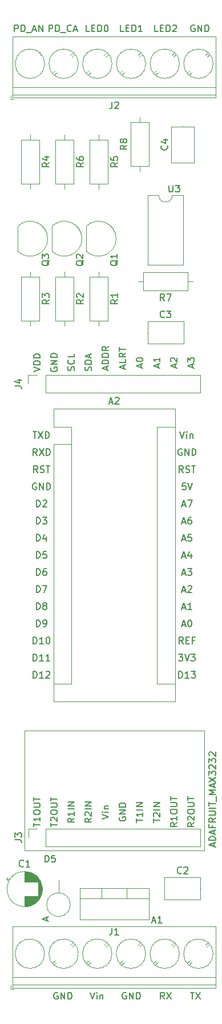
<source format=gto>
%TF.GenerationSoftware,KiCad,Pcbnew,(6.0.5-0)*%
%TF.CreationDate,2022-07-10T18:26:10-04:00*%
%TF.ProjectId,OBS,4f42532e-6b69-4636-9164-5f7063625858,rev?*%
%TF.SameCoordinates,Original*%
%TF.FileFunction,Legend,Top*%
%TF.FilePolarity,Positive*%
%FSLAX46Y46*%
G04 Gerber Fmt 4.6, Leading zero omitted, Abs format (unit mm)*
G04 Created by KiCad (PCBNEW (6.0.5-0)) date 2022-07-10 18:26:10*
%MOMM*%
%LPD*%
G01*
G04 APERTURE LIST*
%ADD10C,0.120000*%
%ADD11C,0.150000*%
%ADD12C,1.600000*%
%ADD13O,1.600000X1.600000*%
%ADD14R,1.500000X1.050000*%
%ADD15O,1.500000X1.050000*%
%ADD16C,2.100000*%
%ADD17R,2.200000X2.200000*%
%ADD18O,2.200000X2.200000*%
%ADD19R,1.700000X1.700000*%
%ADD20O,1.700000X1.700000*%
%ADD21R,1.600000X1.600000*%
%ADD22R,2.600000X2.600000*%
%ADD23C,2.600000*%
%ADD24R,1.905000X2.000000*%
%ADD25O,1.905000X2.000000*%
G04 APERTURE END LIST*
D10*
X108585000Y-144145000D02*
X135255000Y-144145000D01*
X135255000Y-144145000D02*
X135255000Y-126365000D01*
X135255000Y-126365000D02*
X108585000Y-126365000D01*
X108585000Y-126365000D02*
X108585000Y-144145000D01*
D11*
X123698095Y-165235000D02*
X123602857Y-165187380D01*
X123460000Y-165187380D01*
X123317142Y-165235000D01*
X123221904Y-165330238D01*
X123174285Y-165425476D01*
X123126666Y-165615952D01*
X123126666Y-165758809D01*
X123174285Y-165949285D01*
X123221904Y-166044523D01*
X123317142Y-166139761D01*
X123460000Y-166187380D01*
X123555238Y-166187380D01*
X123698095Y-166139761D01*
X123745714Y-166092142D01*
X123745714Y-165758809D01*
X123555238Y-165758809D01*
X124174285Y-166187380D02*
X124174285Y-165187380D01*
X124745714Y-166187380D01*
X124745714Y-165187380D01*
X125221904Y-166187380D02*
X125221904Y-165187380D01*
X125460000Y-165187380D01*
X125602857Y-165235000D01*
X125698095Y-165330238D01*
X125745714Y-165425476D01*
X125793333Y-165615952D01*
X125793333Y-165758809D01*
X125745714Y-165949285D01*
X125698095Y-166044523D01*
X125602857Y-166139761D01*
X125460000Y-166187380D01*
X125221904Y-166187380D01*
X132000714Y-108116666D02*
X132476904Y-108116666D01*
X131905476Y-108402380D02*
X132238809Y-107402380D01*
X132572142Y-108402380D01*
X133429285Y-108402380D02*
X132857857Y-108402380D01*
X133143571Y-108402380D02*
X133143571Y-107402380D01*
X133048333Y-107545238D01*
X132953095Y-107640476D01*
X132857857Y-107688095D01*
X123340952Y-22677380D02*
X122864761Y-22677380D01*
X122864761Y-21677380D01*
X123674285Y-22153571D02*
X124007619Y-22153571D01*
X124150476Y-22677380D02*
X123674285Y-22677380D01*
X123674285Y-21677380D01*
X124150476Y-21677380D01*
X124579047Y-22677380D02*
X124579047Y-21677380D01*
X124817142Y-21677380D01*
X124960000Y-21725000D01*
X125055238Y-21820238D01*
X125102857Y-21915476D01*
X125150476Y-22105952D01*
X125150476Y-22248809D01*
X125102857Y-22439285D01*
X125055238Y-22534523D01*
X124960000Y-22629761D01*
X124817142Y-22677380D01*
X124579047Y-22677380D01*
X126102857Y-22677380D02*
X125531428Y-22677380D01*
X125817142Y-22677380D02*
X125817142Y-21677380D01*
X125721904Y-21820238D01*
X125626666Y-21915476D01*
X125531428Y-21963095D01*
X132000714Y-110656666D02*
X132476904Y-110656666D01*
X131905476Y-110942380D02*
X132238809Y-109942380D01*
X132572142Y-110942380D01*
X133095952Y-109942380D02*
X133191190Y-109942380D01*
X133286428Y-109990000D01*
X133334047Y-110037619D01*
X133381666Y-110132857D01*
X133429285Y-110323333D01*
X133429285Y-110561428D01*
X133381666Y-110751904D01*
X133334047Y-110847142D01*
X133286428Y-110894761D01*
X133191190Y-110942380D01*
X133095952Y-110942380D01*
X133000714Y-110894761D01*
X132953095Y-110847142D01*
X132905476Y-110751904D01*
X132857857Y-110561428D01*
X132857857Y-110323333D01*
X132905476Y-110132857D01*
X132953095Y-110037619D01*
X133000714Y-109990000D01*
X133095952Y-109942380D01*
X131262380Y-140025238D02*
X130786190Y-140358571D01*
X131262380Y-140596666D02*
X130262380Y-140596666D01*
X130262380Y-140215714D01*
X130310000Y-140120476D01*
X130357619Y-140072857D01*
X130452857Y-140025238D01*
X130595714Y-140025238D01*
X130690952Y-140072857D01*
X130738571Y-140120476D01*
X130786190Y-140215714D01*
X130786190Y-140596666D01*
X131262380Y-139072857D02*
X131262380Y-139644285D01*
X131262380Y-139358571D02*
X130262380Y-139358571D01*
X130405238Y-139453809D01*
X130500476Y-139549047D01*
X130548095Y-139644285D01*
X130262380Y-138453809D02*
X130262380Y-138263333D01*
X130310000Y-138168095D01*
X130405238Y-138072857D01*
X130595714Y-138025238D01*
X130929047Y-138025238D01*
X131119523Y-138072857D01*
X131214761Y-138168095D01*
X131262380Y-138263333D01*
X131262380Y-138453809D01*
X131214761Y-138549047D01*
X131119523Y-138644285D01*
X130929047Y-138691904D01*
X130595714Y-138691904D01*
X130405238Y-138644285D01*
X130310000Y-138549047D01*
X130262380Y-138453809D01*
X130262380Y-137596666D02*
X131071904Y-137596666D01*
X131167142Y-137549047D01*
X131214761Y-137501428D01*
X131262380Y-137406190D01*
X131262380Y-137215714D01*
X131214761Y-137120476D01*
X131167142Y-137072857D01*
X131071904Y-137025238D01*
X130262380Y-137025238D01*
X130262380Y-136691904D02*
X130262380Y-136120476D01*
X131262380Y-136406190D02*
X130262380Y-136406190D01*
X133802380Y-140025238D02*
X133326190Y-140358571D01*
X133802380Y-140596666D02*
X132802380Y-140596666D01*
X132802380Y-140215714D01*
X132850000Y-140120476D01*
X132897619Y-140072857D01*
X132992857Y-140025238D01*
X133135714Y-140025238D01*
X133230952Y-140072857D01*
X133278571Y-140120476D01*
X133326190Y-140215714D01*
X133326190Y-140596666D01*
X132897619Y-139644285D02*
X132850000Y-139596666D01*
X132802380Y-139501428D01*
X132802380Y-139263333D01*
X132850000Y-139168095D01*
X132897619Y-139120476D01*
X132992857Y-139072857D01*
X133088095Y-139072857D01*
X133230952Y-139120476D01*
X133802380Y-139691904D01*
X133802380Y-139072857D01*
X132802380Y-138453809D02*
X132802380Y-138263333D01*
X132850000Y-138168095D01*
X132945238Y-138072857D01*
X133135714Y-138025238D01*
X133469047Y-138025238D01*
X133659523Y-138072857D01*
X133754761Y-138168095D01*
X133802380Y-138263333D01*
X133802380Y-138453809D01*
X133754761Y-138549047D01*
X133659523Y-138644285D01*
X133469047Y-138691904D01*
X133135714Y-138691904D01*
X132945238Y-138644285D01*
X132850000Y-138549047D01*
X132802380Y-138453809D01*
X132802380Y-137596666D02*
X133611904Y-137596666D01*
X133707142Y-137549047D01*
X133754761Y-137501428D01*
X133802380Y-137406190D01*
X133802380Y-137215714D01*
X133754761Y-137120476D01*
X133707142Y-137072857D01*
X133611904Y-137025238D01*
X132802380Y-137025238D01*
X132802380Y-136691904D02*
X132802380Y-136120476D01*
X133802380Y-136406190D02*
X132802380Y-136406190D01*
X136691666Y-143525000D02*
X136691666Y-143048809D01*
X136977380Y-143620238D02*
X135977380Y-143286904D01*
X136977380Y-142953571D01*
X136977380Y-142620238D02*
X135977380Y-142620238D01*
X135977380Y-142382142D01*
X136025000Y-142239285D01*
X136120238Y-142144047D01*
X136215476Y-142096428D01*
X136405952Y-142048809D01*
X136548809Y-142048809D01*
X136739285Y-142096428D01*
X136834523Y-142144047D01*
X136929761Y-142239285D01*
X136977380Y-142382142D01*
X136977380Y-142620238D01*
X136691666Y-141667857D02*
X136691666Y-141191666D01*
X136977380Y-141763095D02*
X135977380Y-141429761D01*
X136977380Y-141096428D01*
X136453571Y-140429761D02*
X136453571Y-140763095D01*
X136977380Y-140763095D02*
X135977380Y-140763095D01*
X135977380Y-140286904D01*
X136977380Y-139334523D02*
X136501190Y-139667857D01*
X136977380Y-139905952D02*
X135977380Y-139905952D01*
X135977380Y-139525000D01*
X136025000Y-139429761D01*
X136072619Y-139382142D01*
X136167857Y-139334523D01*
X136310714Y-139334523D01*
X136405952Y-139382142D01*
X136453571Y-139429761D01*
X136501190Y-139525000D01*
X136501190Y-139905952D01*
X135977380Y-138905952D02*
X136786904Y-138905952D01*
X136882142Y-138858333D01*
X136929761Y-138810714D01*
X136977380Y-138715476D01*
X136977380Y-138525000D01*
X136929761Y-138429761D01*
X136882142Y-138382142D01*
X136786904Y-138334523D01*
X135977380Y-138334523D01*
X136977380Y-137858333D02*
X135977380Y-137858333D01*
X135977380Y-137525000D02*
X135977380Y-136953571D01*
X136977380Y-137239285D02*
X135977380Y-137239285D01*
X137072619Y-136858333D02*
X137072619Y-136096428D01*
X136977380Y-135858333D02*
X135977380Y-135858333D01*
X136691666Y-135525000D01*
X135977380Y-135191666D01*
X136977380Y-135191666D01*
X136691666Y-134763095D02*
X136691666Y-134286904D01*
X136977380Y-134858333D02*
X135977380Y-134525000D01*
X136977380Y-134191666D01*
X135977380Y-133953571D02*
X136977380Y-133286904D01*
X135977380Y-133286904D02*
X136977380Y-133953571D01*
X135977380Y-133001190D02*
X135977380Y-132382142D01*
X136358333Y-132715476D01*
X136358333Y-132572619D01*
X136405952Y-132477380D01*
X136453571Y-132429761D01*
X136548809Y-132382142D01*
X136786904Y-132382142D01*
X136882142Y-132429761D01*
X136929761Y-132477380D01*
X136977380Y-132572619D01*
X136977380Y-132858333D01*
X136929761Y-132953571D01*
X136882142Y-133001190D01*
X136072619Y-132001190D02*
X136025000Y-131953571D01*
X135977380Y-131858333D01*
X135977380Y-131620238D01*
X136025000Y-131525000D01*
X136072619Y-131477380D01*
X136167857Y-131429761D01*
X136263095Y-131429761D01*
X136405952Y-131477380D01*
X136977380Y-132048809D01*
X136977380Y-131429761D01*
X135977380Y-131096428D02*
X135977380Y-130477380D01*
X136358333Y-130810714D01*
X136358333Y-130667857D01*
X136405952Y-130572619D01*
X136453571Y-130525000D01*
X136548809Y-130477380D01*
X136786904Y-130477380D01*
X136882142Y-130525000D01*
X136929761Y-130572619D01*
X136977380Y-130667857D01*
X136977380Y-130953571D01*
X136929761Y-131048809D01*
X136882142Y-131096428D01*
X136072619Y-130096428D02*
X136025000Y-130048809D01*
X135977380Y-129953571D01*
X135977380Y-129715476D01*
X136025000Y-129620238D01*
X136072619Y-129572619D01*
X136167857Y-129525000D01*
X136263095Y-129525000D01*
X136405952Y-129572619D01*
X136977380Y-130144047D01*
X136977380Y-129525000D01*
X131691190Y-82002380D02*
X132024523Y-83002380D01*
X132357857Y-82002380D01*
X132691190Y-83002380D02*
X132691190Y-82335714D01*
X132691190Y-82002380D02*
X132643571Y-82050000D01*
X132691190Y-82097619D01*
X132738809Y-82050000D01*
X132691190Y-82002380D01*
X132691190Y-82097619D01*
X133167380Y-82335714D02*
X133167380Y-83002380D01*
X133167380Y-82430952D02*
X133215000Y-82383333D01*
X133310238Y-82335714D01*
X133453095Y-82335714D01*
X133548333Y-82383333D01*
X133595952Y-82478571D01*
X133595952Y-83002380D01*
X128420952Y-22677380D02*
X127944761Y-22677380D01*
X127944761Y-21677380D01*
X128754285Y-22153571D02*
X129087619Y-22153571D01*
X129230476Y-22677380D02*
X128754285Y-22677380D01*
X128754285Y-21677380D01*
X129230476Y-21677380D01*
X129659047Y-22677380D02*
X129659047Y-21677380D01*
X129897142Y-21677380D01*
X130040000Y-21725000D01*
X130135238Y-21820238D01*
X130182857Y-21915476D01*
X130230476Y-22105952D01*
X130230476Y-22248809D01*
X130182857Y-22439285D01*
X130135238Y-22534523D01*
X130040000Y-22629761D01*
X129897142Y-22677380D01*
X129659047Y-22677380D01*
X130611428Y-21772619D02*
X130659047Y-21725000D01*
X130754285Y-21677380D01*
X130992380Y-21677380D01*
X131087619Y-21725000D01*
X131135238Y-21772619D01*
X131182857Y-21867857D01*
X131182857Y-21963095D01*
X131135238Y-22105952D01*
X130563809Y-22677380D01*
X131182857Y-22677380D01*
X133858095Y-21725000D02*
X133762857Y-21677380D01*
X133620000Y-21677380D01*
X133477142Y-21725000D01*
X133381904Y-21820238D01*
X133334285Y-21915476D01*
X133286666Y-22105952D01*
X133286666Y-22248809D01*
X133334285Y-22439285D01*
X133381904Y-22534523D01*
X133477142Y-22629761D01*
X133620000Y-22677380D01*
X133715238Y-22677380D01*
X133858095Y-22629761D01*
X133905714Y-22582142D01*
X133905714Y-22248809D01*
X133715238Y-22248809D01*
X134334285Y-22677380D02*
X134334285Y-21677380D01*
X134905714Y-22677380D01*
X134905714Y-21677380D01*
X135381904Y-22677380D02*
X135381904Y-21677380D01*
X135620000Y-21677380D01*
X135762857Y-21725000D01*
X135858095Y-21820238D01*
X135905714Y-21915476D01*
X135953333Y-22105952D01*
X135953333Y-22248809D01*
X135905714Y-22439285D01*
X135858095Y-22534523D01*
X135762857Y-22629761D01*
X135620000Y-22677380D01*
X135381904Y-22677380D01*
X113538095Y-165235000D02*
X113442857Y-165187380D01*
X113300000Y-165187380D01*
X113157142Y-165235000D01*
X113061904Y-165330238D01*
X113014285Y-165425476D01*
X112966666Y-165615952D01*
X112966666Y-165758809D01*
X113014285Y-165949285D01*
X113061904Y-166044523D01*
X113157142Y-166139761D01*
X113300000Y-166187380D01*
X113395238Y-166187380D01*
X113538095Y-166139761D01*
X113585714Y-166092142D01*
X113585714Y-165758809D01*
X113395238Y-165758809D01*
X114014285Y-166187380D02*
X114014285Y-165187380D01*
X114585714Y-166187380D01*
X114585714Y-165187380D01*
X115061904Y-166187380D02*
X115061904Y-165187380D01*
X115300000Y-165187380D01*
X115442857Y-165235000D01*
X115538095Y-165330238D01*
X115585714Y-165425476D01*
X115633333Y-165615952D01*
X115633333Y-165758809D01*
X115585714Y-165949285D01*
X115538095Y-166044523D01*
X115442857Y-166139761D01*
X115300000Y-166187380D01*
X115061904Y-166187380D01*
X110577380Y-88082380D02*
X110244047Y-87606190D01*
X110005952Y-88082380D02*
X110005952Y-87082380D01*
X110386904Y-87082380D01*
X110482142Y-87130000D01*
X110529761Y-87177619D01*
X110577380Y-87272857D01*
X110577380Y-87415714D01*
X110529761Y-87510952D01*
X110482142Y-87558571D01*
X110386904Y-87606190D01*
X110005952Y-87606190D01*
X110958333Y-88034761D02*
X111101190Y-88082380D01*
X111339285Y-88082380D01*
X111434523Y-88034761D01*
X111482142Y-87987142D01*
X111529761Y-87891904D01*
X111529761Y-87796666D01*
X111482142Y-87701428D01*
X111434523Y-87653809D01*
X111339285Y-87606190D01*
X111148809Y-87558571D01*
X111053571Y-87510952D01*
X111005952Y-87463333D01*
X110958333Y-87368095D01*
X110958333Y-87272857D01*
X111005952Y-87177619D01*
X111053571Y-87130000D01*
X111148809Y-87082380D01*
X111386904Y-87082380D01*
X111529761Y-87130000D01*
X111815476Y-87082380D02*
X112386904Y-87082380D01*
X112101190Y-88082380D02*
X112101190Y-87082380D01*
X110386904Y-100782380D02*
X110386904Y-99782380D01*
X110625000Y-99782380D01*
X110767857Y-99830000D01*
X110863095Y-99925238D01*
X110910714Y-100020476D01*
X110958333Y-100210952D01*
X110958333Y-100353809D01*
X110910714Y-100544285D01*
X110863095Y-100639523D01*
X110767857Y-100734761D01*
X110625000Y-100782380D01*
X110386904Y-100782380D01*
X111863095Y-99782380D02*
X111386904Y-99782380D01*
X111339285Y-100258571D01*
X111386904Y-100210952D01*
X111482142Y-100163333D01*
X111720238Y-100163333D01*
X111815476Y-100210952D01*
X111863095Y-100258571D01*
X111910714Y-100353809D01*
X111910714Y-100591904D01*
X111863095Y-100687142D01*
X111815476Y-100734761D01*
X111720238Y-100782380D01*
X111482142Y-100782380D01*
X111386904Y-100734761D01*
X111339285Y-100687142D01*
X112482380Y-140620476D02*
X112482380Y-140049047D01*
X113482380Y-140334761D02*
X112482380Y-140334761D01*
X112577619Y-139763333D02*
X112530000Y-139715714D01*
X112482380Y-139620476D01*
X112482380Y-139382380D01*
X112530000Y-139287142D01*
X112577619Y-139239523D01*
X112672857Y-139191904D01*
X112768095Y-139191904D01*
X112910952Y-139239523D01*
X113482380Y-139810952D01*
X113482380Y-139191904D01*
X112482380Y-138572857D02*
X112482380Y-138382380D01*
X112530000Y-138287142D01*
X112625238Y-138191904D01*
X112815714Y-138144285D01*
X113149047Y-138144285D01*
X113339523Y-138191904D01*
X113434761Y-138287142D01*
X113482380Y-138382380D01*
X113482380Y-138572857D01*
X113434761Y-138668095D01*
X113339523Y-138763333D01*
X113149047Y-138810952D01*
X112815714Y-138810952D01*
X112625238Y-138763333D01*
X112530000Y-138668095D01*
X112482380Y-138572857D01*
X112482380Y-137715714D02*
X113291904Y-137715714D01*
X113387142Y-137668095D01*
X113434761Y-137620476D01*
X113482380Y-137525238D01*
X113482380Y-137334761D01*
X113434761Y-137239523D01*
X113387142Y-137191904D01*
X113291904Y-137144285D01*
X112482380Y-137144285D01*
X112482380Y-136810952D02*
X112482380Y-136239523D01*
X113482380Y-136525238D02*
X112482380Y-136525238D01*
X115974761Y-72945476D02*
X116022380Y-72802619D01*
X116022380Y-72564523D01*
X115974761Y-72469285D01*
X115927142Y-72421666D01*
X115831904Y-72374047D01*
X115736666Y-72374047D01*
X115641428Y-72421666D01*
X115593809Y-72469285D01*
X115546190Y-72564523D01*
X115498571Y-72755000D01*
X115450952Y-72850238D01*
X115403333Y-72897857D01*
X115308095Y-72945476D01*
X115212857Y-72945476D01*
X115117619Y-72897857D01*
X115070000Y-72850238D01*
X115022380Y-72755000D01*
X115022380Y-72516904D01*
X115070000Y-72374047D01*
X115927142Y-71374047D02*
X115974761Y-71421666D01*
X116022380Y-71564523D01*
X116022380Y-71659761D01*
X115974761Y-71802619D01*
X115879523Y-71897857D01*
X115784285Y-71945476D01*
X115593809Y-71993095D01*
X115450952Y-71993095D01*
X115260476Y-71945476D01*
X115165238Y-71897857D01*
X115070000Y-71802619D01*
X115022380Y-71659761D01*
X115022380Y-71564523D01*
X115070000Y-71421666D01*
X115117619Y-71374047D01*
X116022380Y-70469285D02*
X116022380Y-70945476D01*
X115022380Y-70945476D01*
X131953095Y-84590000D02*
X131857857Y-84542380D01*
X131715000Y-84542380D01*
X131572142Y-84590000D01*
X131476904Y-84685238D01*
X131429285Y-84780476D01*
X131381666Y-84970952D01*
X131381666Y-85113809D01*
X131429285Y-85304285D01*
X131476904Y-85399523D01*
X131572142Y-85494761D01*
X131715000Y-85542380D01*
X131810238Y-85542380D01*
X131953095Y-85494761D01*
X132000714Y-85447142D01*
X132000714Y-85113809D01*
X131810238Y-85113809D01*
X132429285Y-85542380D02*
X132429285Y-84542380D01*
X133000714Y-85542380D01*
X133000714Y-84542380D01*
X133476904Y-85542380D02*
X133476904Y-84542380D01*
X133715000Y-84542380D01*
X133857857Y-84590000D01*
X133953095Y-84685238D01*
X134000714Y-84780476D01*
X134048333Y-84970952D01*
X134048333Y-85113809D01*
X134000714Y-85304285D01*
X133953095Y-85399523D01*
X133857857Y-85494761D01*
X133715000Y-85542380D01*
X133476904Y-85542380D01*
X132000714Y-95416666D02*
X132476904Y-95416666D01*
X131905476Y-95702380D02*
X132238809Y-94702380D01*
X132572142Y-95702380D01*
X133334047Y-94702380D02*
X133143571Y-94702380D01*
X133048333Y-94750000D01*
X133000714Y-94797619D01*
X132905476Y-94940476D01*
X132857857Y-95130952D01*
X132857857Y-95511904D01*
X132905476Y-95607142D01*
X132953095Y-95654761D01*
X133048333Y-95702380D01*
X133238809Y-95702380D01*
X133334047Y-95654761D01*
X133381666Y-95607142D01*
X133429285Y-95511904D01*
X133429285Y-95273809D01*
X133381666Y-95178571D01*
X133334047Y-95130952D01*
X133238809Y-95083333D01*
X133048333Y-95083333D01*
X132953095Y-95130952D01*
X132905476Y-95178571D01*
X132857857Y-95273809D01*
X132167380Y-88082380D02*
X131834047Y-87606190D01*
X131595952Y-88082380D02*
X131595952Y-87082380D01*
X131976904Y-87082380D01*
X132072142Y-87130000D01*
X132119761Y-87177619D01*
X132167380Y-87272857D01*
X132167380Y-87415714D01*
X132119761Y-87510952D01*
X132072142Y-87558571D01*
X131976904Y-87606190D01*
X131595952Y-87606190D01*
X132548333Y-88034761D02*
X132691190Y-88082380D01*
X132929285Y-88082380D01*
X133024523Y-88034761D01*
X133072142Y-87987142D01*
X133119761Y-87891904D01*
X133119761Y-87796666D01*
X133072142Y-87701428D01*
X133024523Y-87653809D01*
X132929285Y-87606190D01*
X132738809Y-87558571D01*
X132643571Y-87510952D01*
X132595952Y-87463333D01*
X132548333Y-87368095D01*
X132548333Y-87272857D01*
X132595952Y-87177619D01*
X132643571Y-87130000D01*
X132738809Y-87082380D01*
X132976904Y-87082380D01*
X133119761Y-87130000D01*
X133405476Y-87082380D02*
X133976904Y-87082380D01*
X133691190Y-88082380D02*
X133691190Y-87082380D01*
X132000714Y-105576666D02*
X132476904Y-105576666D01*
X131905476Y-105862380D02*
X132238809Y-104862380D01*
X132572142Y-105862380D01*
X132857857Y-104957619D02*
X132905476Y-104910000D01*
X133000714Y-104862380D01*
X133238809Y-104862380D01*
X133334047Y-104910000D01*
X133381666Y-104957619D01*
X133429285Y-105052857D01*
X133429285Y-105148095D01*
X133381666Y-105290952D01*
X132810238Y-105862380D01*
X133429285Y-105862380D01*
X109910714Y-118562380D02*
X109910714Y-117562380D01*
X110148809Y-117562380D01*
X110291666Y-117610000D01*
X110386904Y-117705238D01*
X110434523Y-117800476D01*
X110482142Y-117990952D01*
X110482142Y-118133809D01*
X110434523Y-118324285D01*
X110386904Y-118419523D01*
X110291666Y-118514761D01*
X110148809Y-118562380D01*
X109910714Y-118562380D01*
X111434523Y-118562380D02*
X110863095Y-118562380D01*
X111148809Y-118562380D02*
X111148809Y-117562380D01*
X111053571Y-117705238D01*
X110958333Y-117800476D01*
X110863095Y-117848095D01*
X111815476Y-117657619D02*
X111863095Y-117610000D01*
X111958333Y-117562380D01*
X112196428Y-117562380D01*
X112291666Y-117610000D01*
X112339285Y-117657619D01*
X112386904Y-117752857D01*
X112386904Y-117848095D01*
X112339285Y-117990952D01*
X111767857Y-118562380D01*
X112386904Y-118562380D01*
X110363095Y-89670000D02*
X110267857Y-89622380D01*
X110125000Y-89622380D01*
X109982142Y-89670000D01*
X109886904Y-89765238D01*
X109839285Y-89860476D01*
X109791666Y-90050952D01*
X109791666Y-90193809D01*
X109839285Y-90384285D01*
X109886904Y-90479523D01*
X109982142Y-90574761D01*
X110125000Y-90622380D01*
X110220238Y-90622380D01*
X110363095Y-90574761D01*
X110410714Y-90527142D01*
X110410714Y-90193809D01*
X110220238Y-90193809D01*
X110839285Y-90622380D02*
X110839285Y-89622380D01*
X111410714Y-90622380D01*
X111410714Y-89622380D01*
X111886904Y-90622380D02*
X111886904Y-89622380D01*
X112125000Y-89622380D01*
X112267857Y-89670000D01*
X112363095Y-89765238D01*
X112410714Y-89860476D01*
X112458333Y-90050952D01*
X112458333Y-90193809D01*
X112410714Y-90384285D01*
X112363095Y-90479523D01*
X112267857Y-90574761D01*
X112125000Y-90622380D01*
X111886904Y-90622380D01*
X110386904Y-95702380D02*
X110386904Y-94702380D01*
X110625000Y-94702380D01*
X110767857Y-94750000D01*
X110863095Y-94845238D01*
X110910714Y-94940476D01*
X110958333Y-95130952D01*
X110958333Y-95273809D01*
X110910714Y-95464285D01*
X110863095Y-95559523D01*
X110767857Y-95654761D01*
X110625000Y-95702380D01*
X110386904Y-95702380D01*
X111291666Y-94702380D02*
X111910714Y-94702380D01*
X111577380Y-95083333D01*
X111720238Y-95083333D01*
X111815476Y-95130952D01*
X111863095Y-95178571D01*
X111910714Y-95273809D01*
X111910714Y-95511904D01*
X111863095Y-95607142D01*
X111815476Y-95654761D01*
X111720238Y-95702380D01*
X111434523Y-95702380D01*
X111339285Y-95654761D01*
X111291666Y-95607142D01*
X112530000Y-72516904D02*
X112482380Y-72612142D01*
X112482380Y-72755000D01*
X112530000Y-72897857D01*
X112625238Y-72993095D01*
X112720476Y-73040714D01*
X112910952Y-73088333D01*
X113053809Y-73088333D01*
X113244285Y-73040714D01*
X113339523Y-72993095D01*
X113434761Y-72897857D01*
X113482380Y-72755000D01*
X113482380Y-72659761D01*
X113434761Y-72516904D01*
X113387142Y-72469285D01*
X113053809Y-72469285D01*
X113053809Y-72659761D01*
X113482380Y-72040714D02*
X112482380Y-72040714D01*
X113482380Y-71469285D01*
X112482380Y-71469285D01*
X113482380Y-70993095D02*
X112482380Y-70993095D01*
X112482380Y-70755000D01*
X112530000Y-70612142D01*
X112625238Y-70516904D01*
X112720476Y-70469285D01*
X112910952Y-70421666D01*
X113053809Y-70421666D01*
X113244285Y-70469285D01*
X113339523Y-70516904D01*
X113434761Y-70612142D01*
X113482380Y-70755000D01*
X113482380Y-70993095D01*
X110386904Y-105862380D02*
X110386904Y-104862380D01*
X110625000Y-104862380D01*
X110767857Y-104910000D01*
X110863095Y-105005238D01*
X110910714Y-105100476D01*
X110958333Y-105290952D01*
X110958333Y-105433809D01*
X110910714Y-105624285D01*
X110863095Y-105719523D01*
X110767857Y-105814761D01*
X110625000Y-105862380D01*
X110386904Y-105862380D01*
X111291666Y-104862380D02*
X111958333Y-104862380D01*
X111529761Y-105862380D01*
X131500714Y-118562380D02*
X131500714Y-117562380D01*
X131738809Y-117562380D01*
X131881666Y-117610000D01*
X131976904Y-117705238D01*
X132024523Y-117800476D01*
X132072142Y-117990952D01*
X132072142Y-118133809D01*
X132024523Y-118324285D01*
X131976904Y-118419523D01*
X131881666Y-118514761D01*
X131738809Y-118562380D01*
X131500714Y-118562380D01*
X133024523Y-118562380D02*
X132453095Y-118562380D01*
X132738809Y-118562380D02*
X132738809Y-117562380D01*
X132643571Y-117705238D01*
X132548333Y-117800476D01*
X132453095Y-117848095D01*
X133357857Y-117562380D02*
X133976904Y-117562380D01*
X133643571Y-117943333D01*
X133786428Y-117943333D01*
X133881666Y-117990952D01*
X133929285Y-118038571D01*
X133976904Y-118133809D01*
X133976904Y-118371904D01*
X133929285Y-118467142D01*
X133881666Y-118514761D01*
X133786428Y-118562380D01*
X133500714Y-118562380D01*
X133405476Y-118514761D01*
X133357857Y-118467142D01*
X122690000Y-139191904D02*
X122642380Y-139287142D01*
X122642380Y-139430000D01*
X122690000Y-139572857D01*
X122785238Y-139668095D01*
X122880476Y-139715714D01*
X123070952Y-139763333D01*
X123213809Y-139763333D01*
X123404285Y-139715714D01*
X123499523Y-139668095D01*
X123594761Y-139572857D01*
X123642380Y-139430000D01*
X123642380Y-139334761D01*
X123594761Y-139191904D01*
X123547142Y-139144285D01*
X123213809Y-139144285D01*
X123213809Y-139334761D01*
X123642380Y-138715714D02*
X122642380Y-138715714D01*
X123642380Y-138144285D01*
X122642380Y-138144285D01*
X123642380Y-137668095D02*
X122642380Y-137668095D01*
X122642380Y-137430000D01*
X122690000Y-137287142D01*
X122785238Y-137191904D01*
X122880476Y-137144285D01*
X123070952Y-137096666D01*
X123213809Y-137096666D01*
X123404285Y-137144285D01*
X123499523Y-137191904D01*
X123594761Y-137287142D01*
X123642380Y-137430000D01*
X123642380Y-137668095D01*
X132000714Y-97956666D02*
X132476904Y-97956666D01*
X131905476Y-98242380D02*
X132238809Y-97242380D01*
X132572142Y-98242380D01*
X133381666Y-97242380D02*
X132905476Y-97242380D01*
X132857857Y-97718571D01*
X132905476Y-97670952D01*
X133000714Y-97623333D01*
X133238809Y-97623333D01*
X133334047Y-97670952D01*
X133381666Y-97718571D01*
X133429285Y-97813809D01*
X133429285Y-98051904D01*
X133381666Y-98147142D01*
X133334047Y-98194761D01*
X133238809Y-98242380D01*
X133000714Y-98242380D01*
X132905476Y-98194761D01*
X132857857Y-98147142D01*
X109910714Y-116022380D02*
X109910714Y-115022380D01*
X110148809Y-115022380D01*
X110291666Y-115070000D01*
X110386904Y-115165238D01*
X110434523Y-115260476D01*
X110482142Y-115450952D01*
X110482142Y-115593809D01*
X110434523Y-115784285D01*
X110386904Y-115879523D01*
X110291666Y-115974761D01*
X110148809Y-116022380D01*
X109910714Y-116022380D01*
X111434523Y-116022380D02*
X110863095Y-116022380D01*
X111148809Y-116022380D02*
X111148809Y-115022380D01*
X111053571Y-115165238D01*
X110958333Y-115260476D01*
X110863095Y-115308095D01*
X112386904Y-116022380D02*
X111815476Y-116022380D01*
X112101190Y-116022380D02*
X112101190Y-115022380D01*
X112005952Y-115165238D01*
X111910714Y-115260476D01*
X111815476Y-115308095D01*
X107124761Y-22677380D02*
X107124761Y-21677380D01*
X107505714Y-21677380D01*
X107600952Y-21725000D01*
X107648571Y-21772619D01*
X107696190Y-21867857D01*
X107696190Y-22010714D01*
X107648571Y-22105952D01*
X107600952Y-22153571D01*
X107505714Y-22201190D01*
X107124761Y-22201190D01*
X108124761Y-22677380D02*
X108124761Y-21677380D01*
X108362857Y-21677380D01*
X108505714Y-21725000D01*
X108600952Y-21820238D01*
X108648571Y-21915476D01*
X108696190Y-22105952D01*
X108696190Y-22248809D01*
X108648571Y-22439285D01*
X108600952Y-22534523D01*
X108505714Y-22629761D01*
X108362857Y-22677380D01*
X108124761Y-22677380D01*
X108886666Y-22772619D02*
X109648571Y-22772619D01*
X109839047Y-22391666D02*
X110315238Y-22391666D01*
X109743809Y-22677380D02*
X110077142Y-21677380D01*
X110410476Y-22677380D01*
X110743809Y-22677380D02*
X110743809Y-21677380D01*
X111315238Y-22677380D01*
X111315238Y-21677380D01*
X132000714Y-100496666D02*
X132476904Y-100496666D01*
X131905476Y-100782380D02*
X132238809Y-99782380D01*
X132572142Y-100782380D01*
X133334047Y-100115714D02*
X133334047Y-100782380D01*
X133095952Y-99734761D02*
X132857857Y-100449047D01*
X133476904Y-100449047D01*
X133516666Y-72469285D02*
X133516666Y-71993095D01*
X133802380Y-72564523D02*
X132802380Y-72231190D01*
X133802380Y-71897857D01*
X132802380Y-71659761D02*
X132802380Y-71040714D01*
X133183333Y-71374047D01*
X133183333Y-71231190D01*
X133230952Y-71135952D01*
X133278571Y-71088333D01*
X133373809Y-71040714D01*
X133611904Y-71040714D01*
X133707142Y-71088333D01*
X133754761Y-71135952D01*
X133802380Y-71231190D01*
X133802380Y-71516904D01*
X133754761Y-71612142D01*
X133707142Y-71659761D01*
X132000714Y-92876666D02*
X132476904Y-92876666D01*
X131905476Y-93162380D02*
X132238809Y-92162380D01*
X132572142Y-93162380D01*
X132810238Y-92162380D02*
X133476904Y-92162380D01*
X133048333Y-93162380D01*
X118260952Y-22677380D02*
X117784761Y-22677380D01*
X117784761Y-21677380D01*
X118594285Y-22153571D02*
X118927619Y-22153571D01*
X119070476Y-22677380D02*
X118594285Y-22677380D01*
X118594285Y-21677380D01*
X119070476Y-21677380D01*
X119499047Y-22677380D02*
X119499047Y-21677380D01*
X119737142Y-21677380D01*
X119880000Y-21725000D01*
X119975238Y-21820238D01*
X120022857Y-21915476D01*
X120070476Y-22105952D01*
X120070476Y-22248809D01*
X120022857Y-22439285D01*
X119975238Y-22534523D01*
X119880000Y-22629761D01*
X119737142Y-22677380D01*
X119499047Y-22677380D01*
X120689523Y-21677380D02*
X120784761Y-21677380D01*
X120880000Y-21725000D01*
X120927619Y-21772619D01*
X120975238Y-21867857D01*
X121022857Y-22058333D01*
X121022857Y-22296428D01*
X120975238Y-22486904D01*
X120927619Y-22582142D01*
X120880000Y-22629761D01*
X120784761Y-22677380D01*
X120689523Y-22677380D01*
X120594285Y-22629761D01*
X120546666Y-22582142D01*
X120499047Y-22486904D01*
X120451428Y-22296428D01*
X120451428Y-22058333D01*
X120499047Y-21867857D01*
X120546666Y-21772619D01*
X120594285Y-21725000D01*
X120689523Y-21677380D01*
X132524523Y-89622380D02*
X132048333Y-89622380D01*
X132000714Y-90098571D01*
X132048333Y-90050952D01*
X132143571Y-90003333D01*
X132381666Y-90003333D01*
X132476904Y-90050952D01*
X132524523Y-90098571D01*
X132572142Y-90193809D01*
X132572142Y-90431904D01*
X132524523Y-90527142D01*
X132476904Y-90574761D01*
X132381666Y-90622380D01*
X132143571Y-90622380D01*
X132048333Y-90574761D01*
X132000714Y-90527142D01*
X132857857Y-89622380D02*
X133191190Y-90622380D01*
X133524523Y-89622380D01*
X118356190Y-165187380D02*
X118689523Y-166187380D01*
X119022857Y-165187380D01*
X119356190Y-166187380D02*
X119356190Y-165520714D01*
X119356190Y-165187380D02*
X119308571Y-165235000D01*
X119356190Y-165282619D01*
X119403809Y-165235000D01*
X119356190Y-165187380D01*
X119356190Y-165282619D01*
X119832380Y-165520714D02*
X119832380Y-166187380D01*
X119832380Y-165615952D02*
X119880000Y-165568333D01*
X119975238Y-165520714D01*
X120118095Y-165520714D01*
X120213333Y-165568333D01*
X120260952Y-165663571D01*
X120260952Y-166187380D01*
X132000714Y-103036666D02*
X132476904Y-103036666D01*
X131905476Y-103322380D02*
X132238809Y-102322380D01*
X132572142Y-103322380D01*
X132810238Y-102322380D02*
X133429285Y-102322380D01*
X133095952Y-102703333D01*
X133238809Y-102703333D01*
X133334047Y-102750952D01*
X133381666Y-102798571D01*
X133429285Y-102893809D01*
X133429285Y-103131904D01*
X133381666Y-103227142D01*
X133334047Y-103274761D01*
X133238809Y-103322380D01*
X132953095Y-103322380D01*
X132857857Y-103274761D01*
X132810238Y-103227142D01*
X109863095Y-82002380D02*
X110434523Y-82002380D01*
X110148809Y-83002380D02*
X110148809Y-82002380D01*
X110672619Y-82002380D02*
X111339285Y-83002380D01*
X111339285Y-82002380D02*
X110672619Y-83002380D01*
X111720238Y-83002380D02*
X111720238Y-82002380D01*
X111958333Y-82002380D01*
X112101190Y-82050000D01*
X112196428Y-82145238D01*
X112244047Y-82240476D01*
X112291666Y-82430952D01*
X112291666Y-82573809D01*
X112244047Y-82764285D01*
X112196428Y-82859523D01*
X112101190Y-82954761D01*
X111958333Y-83002380D01*
X111720238Y-83002380D01*
X120102380Y-139453809D02*
X121102380Y-139120476D01*
X120102380Y-138787142D01*
X121102380Y-138453809D02*
X120435714Y-138453809D01*
X120102380Y-138453809D02*
X120150000Y-138501428D01*
X120197619Y-138453809D01*
X120150000Y-138406190D01*
X120102380Y-138453809D01*
X120197619Y-138453809D01*
X120435714Y-137977619D02*
X121102380Y-137977619D01*
X120530952Y-137977619D02*
X120483333Y-137930000D01*
X120435714Y-137834761D01*
X120435714Y-137691904D01*
X120483333Y-137596666D01*
X120578571Y-137549047D01*
X121102380Y-137549047D01*
X118562380Y-139358571D02*
X118086190Y-139691904D01*
X118562380Y-139930000D02*
X117562380Y-139930000D01*
X117562380Y-139549047D01*
X117610000Y-139453809D01*
X117657619Y-139406190D01*
X117752857Y-139358571D01*
X117895714Y-139358571D01*
X117990952Y-139406190D01*
X118038571Y-139453809D01*
X118086190Y-139549047D01*
X118086190Y-139930000D01*
X117657619Y-138977619D02*
X117610000Y-138930000D01*
X117562380Y-138834761D01*
X117562380Y-138596666D01*
X117610000Y-138501428D01*
X117657619Y-138453809D01*
X117752857Y-138406190D01*
X117848095Y-138406190D01*
X117990952Y-138453809D01*
X118562380Y-139025238D01*
X118562380Y-138406190D01*
X118562380Y-137977619D02*
X117562380Y-137977619D01*
X118562380Y-137501428D02*
X117562380Y-137501428D01*
X118562380Y-136930000D01*
X117562380Y-136930000D01*
X125896666Y-72469285D02*
X125896666Y-71993095D01*
X126182380Y-72564523D02*
X125182380Y-72231190D01*
X126182380Y-71897857D01*
X125182380Y-71374047D02*
X125182380Y-71278809D01*
X125230000Y-71183571D01*
X125277619Y-71135952D01*
X125372857Y-71088333D01*
X125563333Y-71040714D01*
X125801428Y-71040714D01*
X125991904Y-71088333D01*
X126087142Y-71135952D01*
X126134761Y-71183571D01*
X126182380Y-71278809D01*
X126182380Y-71374047D01*
X126134761Y-71469285D01*
X126087142Y-71516904D01*
X125991904Y-71564523D01*
X125801428Y-71612142D01*
X125563333Y-71612142D01*
X125372857Y-71564523D01*
X125277619Y-71516904D01*
X125230000Y-71469285D01*
X125182380Y-71374047D01*
X120816666Y-72858095D02*
X120816666Y-72381904D01*
X121102380Y-72953333D02*
X120102380Y-72620000D01*
X121102380Y-72286666D01*
X121102380Y-71953333D02*
X120102380Y-71953333D01*
X120102380Y-71715238D01*
X120150000Y-71572380D01*
X120245238Y-71477142D01*
X120340476Y-71429523D01*
X120530952Y-71381904D01*
X120673809Y-71381904D01*
X120864285Y-71429523D01*
X120959523Y-71477142D01*
X121054761Y-71572380D01*
X121102380Y-71715238D01*
X121102380Y-71953333D01*
X121102380Y-70953333D02*
X120102380Y-70953333D01*
X120102380Y-70715238D01*
X120150000Y-70572380D01*
X120245238Y-70477142D01*
X120340476Y-70429523D01*
X120530952Y-70381904D01*
X120673809Y-70381904D01*
X120864285Y-70429523D01*
X120959523Y-70477142D01*
X121054761Y-70572380D01*
X121102380Y-70715238D01*
X121102380Y-70953333D01*
X121102380Y-69381904D02*
X120626190Y-69715238D01*
X121102380Y-69953333D02*
X120102380Y-69953333D01*
X120102380Y-69572380D01*
X120150000Y-69477142D01*
X120197619Y-69429523D01*
X120292857Y-69381904D01*
X120435714Y-69381904D01*
X120530952Y-69429523D01*
X120578571Y-69477142D01*
X120626190Y-69572380D01*
X120626190Y-69953333D01*
X123356666Y-72643809D02*
X123356666Y-72167619D01*
X123642380Y-72739047D02*
X122642380Y-72405714D01*
X123642380Y-72072380D01*
X123642380Y-71262857D02*
X123642380Y-71739047D01*
X122642380Y-71739047D01*
X123642380Y-70358095D02*
X123166190Y-70691428D01*
X123642380Y-70929523D02*
X122642380Y-70929523D01*
X122642380Y-70548571D01*
X122690000Y-70453333D01*
X122737619Y-70405714D01*
X122832857Y-70358095D01*
X122975714Y-70358095D01*
X123070952Y-70405714D01*
X123118571Y-70453333D01*
X123166190Y-70548571D01*
X123166190Y-70929523D01*
X122642380Y-70072380D02*
X122642380Y-69500952D01*
X123642380Y-69786666D02*
X122642380Y-69786666D01*
X109942380Y-140620476D02*
X109942380Y-140049047D01*
X110942380Y-140334761D02*
X109942380Y-140334761D01*
X110942380Y-139191904D02*
X110942380Y-139763333D01*
X110942380Y-139477619D02*
X109942380Y-139477619D01*
X110085238Y-139572857D01*
X110180476Y-139668095D01*
X110228095Y-139763333D01*
X109942380Y-138572857D02*
X109942380Y-138382380D01*
X109990000Y-138287142D01*
X110085238Y-138191904D01*
X110275714Y-138144285D01*
X110609047Y-138144285D01*
X110799523Y-138191904D01*
X110894761Y-138287142D01*
X110942380Y-138382380D01*
X110942380Y-138572857D01*
X110894761Y-138668095D01*
X110799523Y-138763333D01*
X110609047Y-138810952D01*
X110275714Y-138810952D01*
X110085238Y-138763333D01*
X109990000Y-138668095D01*
X109942380Y-138572857D01*
X109942380Y-137715714D02*
X110751904Y-137715714D01*
X110847142Y-137668095D01*
X110894761Y-137620476D01*
X110942380Y-137525238D01*
X110942380Y-137334761D01*
X110894761Y-137239523D01*
X110847142Y-137191904D01*
X110751904Y-137144285D01*
X109942380Y-137144285D01*
X109942380Y-136810952D02*
X109942380Y-136239523D01*
X110942380Y-136525238D02*
X109942380Y-136525238D01*
X118514761Y-72969285D02*
X118562380Y-72826428D01*
X118562380Y-72588333D01*
X118514761Y-72493095D01*
X118467142Y-72445476D01*
X118371904Y-72397857D01*
X118276666Y-72397857D01*
X118181428Y-72445476D01*
X118133809Y-72493095D01*
X118086190Y-72588333D01*
X118038571Y-72778809D01*
X117990952Y-72874047D01*
X117943333Y-72921666D01*
X117848095Y-72969285D01*
X117752857Y-72969285D01*
X117657619Y-72921666D01*
X117610000Y-72874047D01*
X117562380Y-72778809D01*
X117562380Y-72540714D01*
X117610000Y-72397857D01*
X118562380Y-71969285D02*
X117562380Y-71969285D01*
X117562380Y-71731190D01*
X117610000Y-71588333D01*
X117705238Y-71493095D01*
X117800476Y-71445476D01*
X117990952Y-71397857D01*
X118133809Y-71397857D01*
X118324285Y-71445476D01*
X118419523Y-71493095D01*
X118514761Y-71588333D01*
X118562380Y-71731190D01*
X118562380Y-71969285D01*
X118276666Y-71016904D02*
X118276666Y-70540714D01*
X118562380Y-71112142D02*
X117562380Y-70778809D01*
X118562380Y-70445476D01*
X127722380Y-139953809D02*
X127722380Y-139382380D01*
X128722380Y-139668095D02*
X127722380Y-139668095D01*
X127817619Y-139096666D02*
X127770000Y-139049047D01*
X127722380Y-138953809D01*
X127722380Y-138715714D01*
X127770000Y-138620476D01*
X127817619Y-138572857D01*
X127912857Y-138525238D01*
X128008095Y-138525238D01*
X128150952Y-138572857D01*
X128722380Y-139144285D01*
X128722380Y-138525238D01*
X128722380Y-138096666D02*
X127722380Y-138096666D01*
X128722380Y-137620476D02*
X127722380Y-137620476D01*
X128722380Y-137049047D01*
X127722380Y-137049047D01*
X109942380Y-73088333D02*
X110942380Y-72755000D01*
X109942380Y-72421666D01*
X110942380Y-72088333D02*
X109942380Y-72088333D01*
X109942380Y-71850238D01*
X109990000Y-71707380D01*
X110085238Y-71612142D01*
X110180476Y-71564523D01*
X110370952Y-71516904D01*
X110513809Y-71516904D01*
X110704285Y-71564523D01*
X110799523Y-71612142D01*
X110894761Y-71707380D01*
X110942380Y-71850238D01*
X110942380Y-72088333D01*
X110942380Y-71088333D02*
X109942380Y-71088333D01*
X109942380Y-70850238D01*
X109990000Y-70707380D01*
X110085238Y-70612142D01*
X110180476Y-70564523D01*
X110370952Y-70516904D01*
X110513809Y-70516904D01*
X110704285Y-70564523D01*
X110799523Y-70612142D01*
X110894761Y-70707380D01*
X110942380Y-70850238D01*
X110942380Y-71088333D01*
X132143571Y-113482380D02*
X131810238Y-113006190D01*
X131572142Y-113482380D02*
X131572142Y-112482380D01*
X131953095Y-112482380D01*
X132048333Y-112530000D01*
X132095952Y-112577619D01*
X132143571Y-112672857D01*
X132143571Y-112815714D01*
X132095952Y-112910952D01*
X132048333Y-112958571D01*
X131953095Y-113006190D01*
X131572142Y-113006190D01*
X132572142Y-112958571D02*
X132905476Y-112958571D01*
X133048333Y-113482380D02*
X132572142Y-113482380D01*
X132572142Y-112482380D01*
X133048333Y-112482380D01*
X133810238Y-112958571D02*
X133476904Y-112958571D01*
X133476904Y-113482380D02*
X133476904Y-112482380D01*
X133953095Y-112482380D01*
X125182380Y-139953809D02*
X125182380Y-139382380D01*
X126182380Y-139668095D02*
X125182380Y-139668095D01*
X126182380Y-138525238D02*
X126182380Y-139096666D01*
X126182380Y-138810952D02*
X125182380Y-138810952D01*
X125325238Y-138906190D01*
X125420476Y-139001428D01*
X125468095Y-139096666D01*
X126182380Y-138096666D02*
X125182380Y-138096666D01*
X126182380Y-137620476D02*
X125182380Y-137620476D01*
X126182380Y-137049047D01*
X125182380Y-137049047D01*
X110386904Y-103322380D02*
X110386904Y-102322380D01*
X110625000Y-102322380D01*
X110767857Y-102370000D01*
X110863095Y-102465238D01*
X110910714Y-102560476D01*
X110958333Y-102750952D01*
X110958333Y-102893809D01*
X110910714Y-103084285D01*
X110863095Y-103179523D01*
X110767857Y-103274761D01*
X110625000Y-103322380D01*
X110386904Y-103322380D01*
X111815476Y-102322380D02*
X111625000Y-102322380D01*
X111529761Y-102370000D01*
X111482142Y-102417619D01*
X111386904Y-102560476D01*
X111339285Y-102750952D01*
X111339285Y-103131904D01*
X111386904Y-103227142D01*
X111434523Y-103274761D01*
X111529761Y-103322380D01*
X111720238Y-103322380D01*
X111815476Y-103274761D01*
X111863095Y-103227142D01*
X111910714Y-103131904D01*
X111910714Y-102893809D01*
X111863095Y-102798571D01*
X111815476Y-102750952D01*
X111720238Y-102703333D01*
X111529761Y-102703333D01*
X111434523Y-102750952D01*
X111386904Y-102798571D01*
X111339285Y-102893809D01*
X116022380Y-139358571D02*
X115546190Y-139691904D01*
X116022380Y-139930000D02*
X115022380Y-139930000D01*
X115022380Y-139549047D01*
X115070000Y-139453809D01*
X115117619Y-139406190D01*
X115212857Y-139358571D01*
X115355714Y-139358571D01*
X115450952Y-139406190D01*
X115498571Y-139453809D01*
X115546190Y-139549047D01*
X115546190Y-139930000D01*
X116022380Y-138406190D02*
X116022380Y-138977619D01*
X116022380Y-138691904D02*
X115022380Y-138691904D01*
X115165238Y-138787142D01*
X115260476Y-138882380D01*
X115308095Y-138977619D01*
X116022380Y-137977619D02*
X115022380Y-137977619D01*
X116022380Y-137501428D02*
X115022380Y-137501428D01*
X116022380Y-136930000D01*
X115022380Y-136930000D01*
X133223095Y-165187380D02*
X133794523Y-165187380D01*
X133508809Y-166187380D02*
X133508809Y-165187380D01*
X134032619Y-165187380D02*
X134699285Y-166187380D01*
X134699285Y-165187380D02*
X134032619Y-166187380D01*
X110386904Y-98242380D02*
X110386904Y-97242380D01*
X110625000Y-97242380D01*
X110767857Y-97290000D01*
X110863095Y-97385238D01*
X110910714Y-97480476D01*
X110958333Y-97670952D01*
X110958333Y-97813809D01*
X110910714Y-98004285D01*
X110863095Y-98099523D01*
X110767857Y-98194761D01*
X110625000Y-98242380D01*
X110386904Y-98242380D01*
X111815476Y-97575714D02*
X111815476Y-98242380D01*
X111577380Y-97194761D02*
X111339285Y-97909047D01*
X111958333Y-97909047D01*
X128436666Y-72469285D02*
X128436666Y-71993095D01*
X128722380Y-72564523D02*
X127722380Y-72231190D01*
X128722380Y-71897857D01*
X128722380Y-71040714D02*
X128722380Y-71612142D01*
X128722380Y-71326428D02*
X127722380Y-71326428D01*
X127865238Y-71421666D01*
X127960476Y-71516904D01*
X128008095Y-71612142D01*
X110458333Y-85542380D02*
X110125000Y-85066190D01*
X109886904Y-85542380D02*
X109886904Y-84542380D01*
X110267857Y-84542380D01*
X110363095Y-84590000D01*
X110410714Y-84637619D01*
X110458333Y-84732857D01*
X110458333Y-84875714D01*
X110410714Y-84970952D01*
X110363095Y-85018571D01*
X110267857Y-85066190D01*
X109886904Y-85066190D01*
X110791666Y-84542380D02*
X111458333Y-85542380D01*
X111458333Y-84542380D02*
X110791666Y-85542380D01*
X111839285Y-85542380D02*
X111839285Y-84542380D01*
X112077380Y-84542380D01*
X112220238Y-84590000D01*
X112315476Y-84685238D01*
X112363095Y-84780476D01*
X112410714Y-84970952D01*
X112410714Y-85113809D01*
X112363095Y-85304285D01*
X112315476Y-85399523D01*
X112220238Y-85494761D01*
X112077380Y-85542380D01*
X111839285Y-85542380D01*
X129373333Y-166187380D02*
X129040000Y-165711190D01*
X128801904Y-166187380D02*
X128801904Y-165187380D01*
X129182857Y-165187380D01*
X129278095Y-165235000D01*
X129325714Y-165282619D01*
X129373333Y-165377857D01*
X129373333Y-165520714D01*
X129325714Y-165615952D01*
X129278095Y-165663571D01*
X129182857Y-165711190D01*
X128801904Y-165711190D01*
X129706666Y-165187380D02*
X130373333Y-166187380D01*
X130373333Y-165187380D02*
X129706666Y-166187380D01*
X131476904Y-115022380D02*
X132095952Y-115022380D01*
X131762619Y-115403333D01*
X131905476Y-115403333D01*
X132000714Y-115450952D01*
X132048333Y-115498571D01*
X132095952Y-115593809D01*
X132095952Y-115831904D01*
X132048333Y-115927142D01*
X132000714Y-115974761D01*
X131905476Y-116022380D01*
X131619761Y-116022380D01*
X131524523Y-115974761D01*
X131476904Y-115927142D01*
X132381666Y-115022380D02*
X132715000Y-116022380D01*
X133048333Y-115022380D01*
X133286428Y-115022380D02*
X133905476Y-115022380D01*
X133572142Y-115403333D01*
X133715000Y-115403333D01*
X133810238Y-115450952D01*
X133857857Y-115498571D01*
X133905476Y-115593809D01*
X133905476Y-115831904D01*
X133857857Y-115927142D01*
X133810238Y-115974761D01*
X133715000Y-116022380D01*
X133429285Y-116022380D01*
X133334047Y-115974761D01*
X133286428Y-115927142D01*
X109910714Y-113482380D02*
X109910714Y-112482380D01*
X110148809Y-112482380D01*
X110291666Y-112530000D01*
X110386904Y-112625238D01*
X110434523Y-112720476D01*
X110482142Y-112910952D01*
X110482142Y-113053809D01*
X110434523Y-113244285D01*
X110386904Y-113339523D01*
X110291666Y-113434761D01*
X110148809Y-113482380D01*
X109910714Y-113482380D01*
X111434523Y-113482380D02*
X110863095Y-113482380D01*
X111148809Y-113482380D02*
X111148809Y-112482380D01*
X111053571Y-112625238D01*
X110958333Y-112720476D01*
X110863095Y-112768095D01*
X112053571Y-112482380D02*
X112148809Y-112482380D01*
X112244047Y-112530000D01*
X112291666Y-112577619D01*
X112339285Y-112672857D01*
X112386904Y-112863333D01*
X112386904Y-113101428D01*
X112339285Y-113291904D01*
X112291666Y-113387142D01*
X112244047Y-113434761D01*
X112148809Y-113482380D01*
X112053571Y-113482380D01*
X111958333Y-113434761D01*
X111910714Y-113387142D01*
X111863095Y-113291904D01*
X111815476Y-113101428D01*
X111815476Y-112863333D01*
X111863095Y-112672857D01*
X111910714Y-112577619D01*
X111958333Y-112530000D01*
X112053571Y-112482380D01*
X130976666Y-72469285D02*
X130976666Y-71993095D01*
X131262380Y-72564523D02*
X130262380Y-72231190D01*
X131262380Y-71897857D01*
X130357619Y-71612142D02*
X130310000Y-71564523D01*
X130262380Y-71469285D01*
X130262380Y-71231190D01*
X130310000Y-71135952D01*
X130357619Y-71088333D01*
X130452857Y-71040714D01*
X130548095Y-71040714D01*
X130690952Y-71088333D01*
X131262380Y-71659761D01*
X131262380Y-71040714D01*
X110386904Y-110942380D02*
X110386904Y-109942380D01*
X110625000Y-109942380D01*
X110767857Y-109990000D01*
X110863095Y-110085238D01*
X110910714Y-110180476D01*
X110958333Y-110370952D01*
X110958333Y-110513809D01*
X110910714Y-110704285D01*
X110863095Y-110799523D01*
X110767857Y-110894761D01*
X110625000Y-110942380D01*
X110386904Y-110942380D01*
X111434523Y-110942380D02*
X111625000Y-110942380D01*
X111720238Y-110894761D01*
X111767857Y-110847142D01*
X111863095Y-110704285D01*
X111910714Y-110513809D01*
X111910714Y-110132857D01*
X111863095Y-110037619D01*
X111815476Y-109990000D01*
X111720238Y-109942380D01*
X111529761Y-109942380D01*
X111434523Y-109990000D01*
X111386904Y-110037619D01*
X111339285Y-110132857D01*
X111339285Y-110370952D01*
X111386904Y-110466190D01*
X111434523Y-110513809D01*
X111529761Y-110561428D01*
X111720238Y-110561428D01*
X111815476Y-110513809D01*
X111863095Y-110466190D01*
X111910714Y-110370952D01*
X110386904Y-108402380D02*
X110386904Y-107402380D01*
X110625000Y-107402380D01*
X110767857Y-107450000D01*
X110863095Y-107545238D01*
X110910714Y-107640476D01*
X110958333Y-107830952D01*
X110958333Y-107973809D01*
X110910714Y-108164285D01*
X110863095Y-108259523D01*
X110767857Y-108354761D01*
X110625000Y-108402380D01*
X110386904Y-108402380D01*
X111529761Y-107830952D02*
X111434523Y-107783333D01*
X111386904Y-107735714D01*
X111339285Y-107640476D01*
X111339285Y-107592857D01*
X111386904Y-107497619D01*
X111434523Y-107450000D01*
X111529761Y-107402380D01*
X111720238Y-107402380D01*
X111815476Y-107450000D01*
X111863095Y-107497619D01*
X111910714Y-107592857D01*
X111910714Y-107640476D01*
X111863095Y-107735714D01*
X111815476Y-107783333D01*
X111720238Y-107830952D01*
X111529761Y-107830952D01*
X111434523Y-107878571D01*
X111386904Y-107926190D01*
X111339285Y-108021428D01*
X111339285Y-108211904D01*
X111386904Y-108307142D01*
X111434523Y-108354761D01*
X111529761Y-108402380D01*
X111720238Y-108402380D01*
X111815476Y-108354761D01*
X111863095Y-108307142D01*
X111910714Y-108211904D01*
X111910714Y-108021428D01*
X111863095Y-107926190D01*
X111815476Y-107878571D01*
X111720238Y-107830952D01*
X112228571Y-22677380D02*
X112228571Y-21677380D01*
X112609523Y-21677380D01*
X112704761Y-21725000D01*
X112752380Y-21772619D01*
X112800000Y-21867857D01*
X112800000Y-22010714D01*
X112752380Y-22105952D01*
X112704761Y-22153571D01*
X112609523Y-22201190D01*
X112228571Y-22201190D01*
X113228571Y-22677380D02*
X113228571Y-21677380D01*
X113466666Y-21677380D01*
X113609523Y-21725000D01*
X113704761Y-21820238D01*
X113752380Y-21915476D01*
X113800000Y-22105952D01*
X113800000Y-22248809D01*
X113752380Y-22439285D01*
X113704761Y-22534523D01*
X113609523Y-22629761D01*
X113466666Y-22677380D01*
X113228571Y-22677380D01*
X113990476Y-22772619D02*
X114752380Y-22772619D01*
X115561904Y-22582142D02*
X115514285Y-22629761D01*
X115371428Y-22677380D01*
X115276190Y-22677380D01*
X115133333Y-22629761D01*
X115038095Y-22534523D01*
X114990476Y-22439285D01*
X114942857Y-22248809D01*
X114942857Y-22105952D01*
X114990476Y-21915476D01*
X115038095Y-21820238D01*
X115133333Y-21725000D01*
X115276190Y-21677380D01*
X115371428Y-21677380D01*
X115514285Y-21725000D01*
X115561904Y-21772619D01*
X115942857Y-22391666D02*
X116419047Y-22391666D01*
X115847619Y-22677380D02*
X116180952Y-21677380D01*
X116514285Y-22677380D01*
X110386904Y-93162380D02*
X110386904Y-92162380D01*
X110625000Y-92162380D01*
X110767857Y-92210000D01*
X110863095Y-92305238D01*
X110910714Y-92400476D01*
X110958333Y-92590952D01*
X110958333Y-92733809D01*
X110910714Y-92924285D01*
X110863095Y-93019523D01*
X110767857Y-93114761D01*
X110625000Y-93162380D01*
X110386904Y-93162380D01*
X111339285Y-92257619D02*
X111386904Y-92210000D01*
X111482142Y-92162380D01*
X111720238Y-92162380D01*
X111815476Y-92210000D01*
X111863095Y-92257619D01*
X111910714Y-92352857D01*
X111910714Y-92448095D01*
X111863095Y-92590952D01*
X111291666Y-93162380D01*
X111910714Y-93162380D01*
%TO.C,R5*%
X122432380Y-42136666D02*
X121956190Y-42470000D01*
X122432380Y-42708095D02*
X121432380Y-42708095D01*
X121432380Y-42327142D01*
X121480000Y-42231904D01*
X121527619Y-42184285D01*
X121622857Y-42136666D01*
X121765714Y-42136666D01*
X121860952Y-42184285D01*
X121908571Y-42231904D01*
X121956190Y-42327142D01*
X121956190Y-42708095D01*
X121432380Y-41231904D02*
X121432380Y-41708095D01*
X121908571Y-41755714D01*
X121860952Y-41708095D01*
X121813333Y-41612857D01*
X121813333Y-41374761D01*
X121860952Y-41279523D01*
X121908571Y-41231904D01*
X122003809Y-41184285D01*
X122241904Y-41184285D01*
X122337142Y-41231904D01*
X122384761Y-41279523D01*
X122432380Y-41374761D01*
X122432380Y-41612857D01*
X122384761Y-41708095D01*
X122337142Y-41755714D01*
%TO.C,Q1*%
X122467619Y-56610238D02*
X122420000Y-56705476D01*
X122324761Y-56800714D01*
X122181904Y-56943571D01*
X122134285Y-57038809D01*
X122134285Y-57134047D01*
X122372380Y-57086428D02*
X122324761Y-57181666D01*
X122229523Y-57276904D01*
X122039047Y-57324523D01*
X121705714Y-57324523D01*
X121515238Y-57276904D01*
X121420000Y-57181666D01*
X121372380Y-57086428D01*
X121372380Y-56895952D01*
X121420000Y-56800714D01*
X121515238Y-56705476D01*
X121705714Y-56657857D01*
X122039047Y-56657857D01*
X122229523Y-56705476D01*
X122324761Y-56800714D01*
X122372380Y-56895952D01*
X122372380Y-57086428D01*
X122372380Y-55705476D02*
X122372380Y-56276904D01*
X122372380Y-55991190D02*
X121372380Y-55991190D01*
X121515238Y-56086428D01*
X121610476Y-56181666D01*
X121658095Y-56276904D01*
%TO.C,D5*%
X111656904Y-145867380D02*
X111656904Y-144867380D01*
X111895000Y-144867380D01*
X112037857Y-144915000D01*
X112133095Y-145010238D01*
X112180714Y-145105476D01*
X112228333Y-145295952D01*
X112228333Y-145438809D01*
X112180714Y-145629285D01*
X112133095Y-145724523D01*
X112037857Y-145819761D01*
X111895000Y-145867380D01*
X111656904Y-145867380D01*
X113133095Y-144867380D02*
X112656904Y-144867380D01*
X112609285Y-145343571D01*
X112656904Y-145295952D01*
X112752142Y-145248333D01*
X112990238Y-145248333D01*
X113085476Y-145295952D01*
X113133095Y-145343571D01*
X113180714Y-145438809D01*
X113180714Y-145676904D01*
X113133095Y-145772142D01*
X113085476Y-145819761D01*
X112990238Y-145867380D01*
X112752142Y-145867380D01*
X112656904Y-145819761D01*
X112609285Y-145772142D01*
X111926666Y-154543095D02*
X111926666Y-154066904D01*
X112212380Y-154638333D02*
X111212380Y-154305000D01*
X112212380Y-153971666D01*
%TO.C,R4*%
X112272380Y-42136666D02*
X111796190Y-42470000D01*
X112272380Y-42708095D02*
X111272380Y-42708095D01*
X111272380Y-42327142D01*
X111320000Y-42231904D01*
X111367619Y-42184285D01*
X111462857Y-42136666D01*
X111605714Y-42136666D01*
X111700952Y-42184285D01*
X111748571Y-42231904D01*
X111796190Y-42327142D01*
X111796190Y-42708095D01*
X111605714Y-41279523D02*
X112272380Y-41279523D01*
X111224761Y-41517619D02*
X111939047Y-41755714D01*
X111939047Y-41136666D01*
%TO.C,J4*%
X107172380Y-75238333D02*
X107886666Y-75238333D01*
X108029523Y-75285952D01*
X108124761Y-75381190D01*
X108172380Y-75524047D01*
X108172380Y-75619285D01*
X107505714Y-74333571D02*
X108172380Y-74333571D01*
X107124761Y-74571666D02*
X107839047Y-74809761D01*
X107839047Y-74190714D01*
%TO.C,Q2*%
X117387619Y-56610238D02*
X117340000Y-56705476D01*
X117244761Y-56800714D01*
X117101904Y-56943571D01*
X117054285Y-57038809D01*
X117054285Y-57134047D01*
X117292380Y-57086428D02*
X117244761Y-57181666D01*
X117149523Y-57276904D01*
X116959047Y-57324523D01*
X116625714Y-57324523D01*
X116435238Y-57276904D01*
X116340000Y-57181666D01*
X116292380Y-57086428D01*
X116292380Y-56895952D01*
X116340000Y-56800714D01*
X116435238Y-56705476D01*
X116625714Y-56657857D01*
X116959047Y-56657857D01*
X117149523Y-56705476D01*
X117244761Y-56800714D01*
X117292380Y-56895952D01*
X117292380Y-57086428D01*
X116387619Y-56276904D02*
X116340000Y-56229285D01*
X116292380Y-56134047D01*
X116292380Y-55895952D01*
X116340000Y-55800714D01*
X116387619Y-55753095D01*
X116482857Y-55705476D01*
X116578095Y-55705476D01*
X116720952Y-55753095D01*
X117292380Y-56324523D01*
X117292380Y-55705476D01*
%TO.C,R1*%
X122432380Y-62456666D02*
X121956190Y-62790000D01*
X122432380Y-63028095D02*
X121432380Y-63028095D01*
X121432380Y-62647142D01*
X121480000Y-62551904D01*
X121527619Y-62504285D01*
X121622857Y-62456666D01*
X121765714Y-62456666D01*
X121860952Y-62504285D01*
X121908571Y-62551904D01*
X121956190Y-62647142D01*
X121956190Y-63028095D01*
X122432380Y-61504285D02*
X122432380Y-62075714D01*
X122432380Y-61790000D02*
X121432380Y-61790000D01*
X121575238Y-61885238D01*
X121670476Y-61980476D01*
X121718095Y-62075714D01*
%TO.C,C1*%
X108463221Y-146467142D02*
X108415602Y-146514761D01*
X108272745Y-146562380D01*
X108177507Y-146562380D01*
X108034649Y-146514761D01*
X107939411Y-146419523D01*
X107891792Y-146324285D01*
X107844173Y-146133809D01*
X107844173Y-145990952D01*
X107891792Y-145800476D01*
X107939411Y-145705238D01*
X108034649Y-145610000D01*
X108177507Y-145562380D01*
X108272745Y-145562380D01*
X108415602Y-145610000D01*
X108463221Y-145657619D01*
X109415602Y-146562380D02*
X108844173Y-146562380D01*
X109129888Y-146562380D02*
X109129888Y-145562380D01*
X109034649Y-145705238D01*
X108939411Y-145800476D01*
X108844173Y-145848095D01*
%TO.C,J1*%
X121576666Y-155662380D02*
X121576666Y-156376666D01*
X121529047Y-156519523D01*
X121433809Y-156614761D01*
X121290952Y-156662380D01*
X121195714Y-156662380D01*
X122576666Y-156662380D02*
X122005238Y-156662380D01*
X122290952Y-156662380D02*
X122290952Y-155662380D01*
X122195714Y-155805238D01*
X122100476Y-155900476D01*
X122005238Y-155948095D01*
%TO.C,A2*%
X121205714Y-77636666D02*
X121681904Y-77636666D01*
X121110476Y-77922380D02*
X121443809Y-76922380D01*
X121777142Y-77922380D01*
X122062857Y-77017619D02*
X122110476Y-76970000D01*
X122205714Y-76922380D01*
X122443809Y-76922380D01*
X122539047Y-76970000D01*
X122586666Y-77017619D01*
X122634285Y-77112857D01*
X122634285Y-77208095D01*
X122586666Y-77350952D01*
X122015238Y-77922380D01*
X122634285Y-77922380D01*
%TO.C,J3*%
X107202380Y-142548333D02*
X107916666Y-142548333D01*
X108059523Y-142595952D01*
X108154761Y-142691190D01*
X108202380Y-142834047D01*
X108202380Y-142929285D01*
X107202380Y-142167380D02*
X107202380Y-141548333D01*
X107583333Y-141881666D01*
X107583333Y-141738809D01*
X107630952Y-141643571D01*
X107678571Y-141595952D01*
X107773809Y-141548333D01*
X108011904Y-141548333D01*
X108107142Y-141595952D01*
X108154761Y-141643571D01*
X108202380Y-141738809D01*
X108202380Y-142024523D01*
X108154761Y-142119761D01*
X108107142Y-142167380D01*
%TO.C,A1*%
X127555714Y-154572666D02*
X128031904Y-154572666D01*
X127460476Y-154858380D02*
X127793809Y-153858380D01*
X128127142Y-154858380D01*
X128984285Y-154858380D02*
X128412857Y-154858380D01*
X128698571Y-154858380D02*
X128698571Y-153858380D01*
X128603333Y-154001238D01*
X128508095Y-154096476D01*
X128412857Y-154144095D01*
%TO.C,C3*%
X129373333Y-64997142D02*
X129325714Y-65044761D01*
X129182857Y-65092380D01*
X129087619Y-65092380D01*
X128944761Y-65044761D01*
X128849523Y-64949523D01*
X128801904Y-64854285D01*
X128754285Y-64663809D01*
X128754285Y-64520952D01*
X128801904Y-64330476D01*
X128849523Y-64235238D01*
X128944761Y-64140000D01*
X129087619Y-64092380D01*
X129182857Y-64092380D01*
X129325714Y-64140000D01*
X129373333Y-64187619D01*
X129706666Y-64092380D02*
X130325714Y-64092380D01*
X129992380Y-64473333D01*
X130135238Y-64473333D01*
X130230476Y-64520952D01*
X130278095Y-64568571D01*
X130325714Y-64663809D01*
X130325714Y-64901904D01*
X130278095Y-64997142D01*
X130230476Y-65044761D01*
X130135238Y-65092380D01*
X129849523Y-65092380D01*
X129754285Y-65044761D01*
X129706666Y-64997142D01*
%TO.C,Q3*%
X112307619Y-56610238D02*
X112260000Y-56705476D01*
X112164761Y-56800714D01*
X112021904Y-56943571D01*
X111974285Y-57038809D01*
X111974285Y-57134047D01*
X112212380Y-57086428D02*
X112164761Y-57181666D01*
X112069523Y-57276904D01*
X111879047Y-57324523D01*
X111545714Y-57324523D01*
X111355238Y-57276904D01*
X111260000Y-57181666D01*
X111212380Y-57086428D01*
X111212380Y-56895952D01*
X111260000Y-56800714D01*
X111355238Y-56705476D01*
X111545714Y-56657857D01*
X111879047Y-56657857D01*
X112069523Y-56705476D01*
X112164761Y-56800714D01*
X112212380Y-56895952D01*
X112212380Y-57086428D01*
X111212380Y-56324523D02*
X111212380Y-55705476D01*
X111593333Y-56038809D01*
X111593333Y-55895952D01*
X111640952Y-55800714D01*
X111688571Y-55753095D01*
X111783809Y-55705476D01*
X112021904Y-55705476D01*
X112117142Y-55753095D01*
X112164761Y-55800714D01*
X112212380Y-55895952D01*
X112212380Y-56181666D01*
X112164761Y-56276904D01*
X112117142Y-56324523D01*
%TO.C,C4*%
X129767142Y-39596666D02*
X129814761Y-39644285D01*
X129862380Y-39787142D01*
X129862380Y-39882380D01*
X129814761Y-40025238D01*
X129719523Y-40120476D01*
X129624285Y-40168095D01*
X129433809Y-40215714D01*
X129290952Y-40215714D01*
X129100476Y-40168095D01*
X129005238Y-40120476D01*
X128910000Y-40025238D01*
X128862380Y-39882380D01*
X128862380Y-39787142D01*
X128910000Y-39644285D01*
X128957619Y-39596666D01*
X129195714Y-38739523D02*
X129862380Y-38739523D01*
X128814761Y-38977619D02*
X129529047Y-39215714D01*
X129529047Y-38596666D01*
%TO.C,R3*%
X112272380Y-62456666D02*
X111796190Y-62790000D01*
X112272380Y-63028095D02*
X111272380Y-63028095D01*
X111272380Y-62647142D01*
X111320000Y-62551904D01*
X111367619Y-62504285D01*
X111462857Y-62456666D01*
X111605714Y-62456666D01*
X111700952Y-62504285D01*
X111748571Y-62551904D01*
X111796190Y-62647142D01*
X111796190Y-63028095D01*
X111272380Y-62123333D02*
X111272380Y-61504285D01*
X111653333Y-61837619D01*
X111653333Y-61694761D01*
X111700952Y-61599523D01*
X111748571Y-61551904D01*
X111843809Y-61504285D01*
X112081904Y-61504285D01*
X112177142Y-61551904D01*
X112224761Y-61599523D01*
X112272380Y-61694761D01*
X112272380Y-61980476D01*
X112224761Y-62075714D01*
X112177142Y-62123333D01*
%TO.C,R7*%
X129363333Y-62572380D02*
X129030000Y-62096190D01*
X128791904Y-62572380D02*
X128791904Y-61572380D01*
X129172857Y-61572380D01*
X129268095Y-61620000D01*
X129315714Y-61667619D01*
X129363333Y-61762857D01*
X129363333Y-61905714D01*
X129315714Y-62000952D01*
X129268095Y-62048571D01*
X129172857Y-62096190D01*
X128791904Y-62096190D01*
X129696666Y-61572380D02*
X130363333Y-61572380D01*
X129934761Y-62572380D01*
%TO.C,R8*%
X123812380Y-39536666D02*
X123336190Y-39870000D01*
X123812380Y-40108095D02*
X122812380Y-40108095D01*
X122812380Y-39727142D01*
X122860000Y-39631904D01*
X122907619Y-39584285D01*
X123002857Y-39536666D01*
X123145714Y-39536666D01*
X123240952Y-39584285D01*
X123288571Y-39631904D01*
X123336190Y-39727142D01*
X123336190Y-40108095D01*
X123240952Y-38965238D02*
X123193333Y-39060476D01*
X123145714Y-39108095D01*
X123050476Y-39155714D01*
X123002857Y-39155714D01*
X122907619Y-39108095D01*
X122860000Y-39060476D01*
X122812380Y-38965238D01*
X122812380Y-38774761D01*
X122860000Y-38679523D01*
X122907619Y-38631904D01*
X123002857Y-38584285D01*
X123050476Y-38584285D01*
X123145714Y-38631904D01*
X123193333Y-38679523D01*
X123240952Y-38774761D01*
X123240952Y-38965238D01*
X123288571Y-39060476D01*
X123336190Y-39108095D01*
X123431428Y-39155714D01*
X123621904Y-39155714D01*
X123717142Y-39108095D01*
X123764761Y-39060476D01*
X123812380Y-38965238D01*
X123812380Y-38774761D01*
X123764761Y-38679523D01*
X123717142Y-38631904D01*
X123621904Y-38584285D01*
X123431428Y-38584285D01*
X123336190Y-38631904D01*
X123288571Y-38679523D01*
X123240952Y-38774761D01*
%TO.C,C2*%
X131903333Y-147479886D02*
X131855714Y-147527505D01*
X131712857Y-147575124D01*
X131617619Y-147575124D01*
X131474761Y-147527505D01*
X131379523Y-147432267D01*
X131331904Y-147337029D01*
X131284285Y-147146553D01*
X131284285Y-147003696D01*
X131331904Y-146813220D01*
X131379523Y-146717982D01*
X131474761Y-146622744D01*
X131617619Y-146575124D01*
X131712857Y-146575124D01*
X131855714Y-146622744D01*
X131903333Y-146670363D01*
X132284285Y-146670363D02*
X132331904Y-146622744D01*
X132427142Y-146575124D01*
X132665238Y-146575124D01*
X132760476Y-146622744D01*
X132808095Y-146670363D01*
X132855714Y-146765601D01*
X132855714Y-146860839D01*
X132808095Y-147003696D01*
X132236666Y-147575124D01*
X132855714Y-147575124D01*
%TO.C,J2*%
X121586666Y-33107380D02*
X121586666Y-33821666D01*
X121539047Y-33964523D01*
X121443809Y-34059761D01*
X121300952Y-34107380D01*
X121205714Y-34107380D01*
X122015238Y-33202619D02*
X122062857Y-33155000D01*
X122158095Y-33107380D01*
X122396190Y-33107380D01*
X122491428Y-33155000D01*
X122539047Y-33202619D01*
X122586666Y-33297857D01*
X122586666Y-33393095D01*
X122539047Y-33535952D01*
X121967619Y-34107380D01*
X122586666Y-34107380D01*
%TO.C,R6*%
X117352380Y-42136666D02*
X116876190Y-42470000D01*
X117352380Y-42708095D02*
X116352380Y-42708095D01*
X116352380Y-42327142D01*
X116400000Y-42231904D01*
X116447619Y-42184285D01*
X116542857Y-42136666D01*
X116685714Y-42136666D01*
X116780952Y-42184285D01*
X116828571Y-42231904D01*
X116876190Y-42327142D01*
X116876190Y-42708095D01*
X116352380Y-41279523D02*
X116352380Y-41470000D01*
X116400000Y-41565238D01*
X116447619Y-41612857D01*
X116590476Y-41708095D01*
X116780952Y-41755714D01*
X117161904Y-41755714D01*
X117257142Y-41708095D01*
X117304761Y-41660476D01*
X117352380Y-41565238D01*
X117352380Y-41374761D01*
X117304761Y-41279523D01*
X117257142Y-41231904D01*
X117161904Y-41184285D01*
X116923809Y-41184285D01*
X116828571Y-41231904D01*
X116780952Y-41279523D01*
X116733333Y-41374761D01*
X116733333Y-41565238D01*
X116780952Y-41660476D01*
X116828571Y-41708095D01*
X116923809Y-41755714D01*
%TO.C,U3*%
X130058095Y-45472380D02*
X130058095Y-46281904D01*
X130105714Y-46377142D01*
X130153333Y-46424761D01*
X130248571Y-46472380D01*
X130439047Y-46472380D01*
X130534285Y-46424761D01*
X130581904Y-46377142D01*
X130629523Y-46281904D01*
X130629523Y-45472380D01*
X131010476Y-45472380D02*
X131629523Y-45472380D01*
X131296190Y-45853333D01*
X131439047Y-45853333D01*
X131534285Y-45900952D01*
X131581904Y-45948571D01*
X131629523Y-46043809D01*
X131629523Y-46281904D01*
X131581904Y-46377142D01*
X131534285Y-46424761D01*
X131439047Y-46472380D01*
X131153333Y-46472380D01*
X131058095Y-46424761D01*
X131010476Y-46377142D01*
%TO.C,R2*%
X117352380Y-62456666D02*
X116876190Y-62790000D01*
X117352380Y-63028095D02*
X116352380Y-63028095D01*
X116352380Y-62647142D01*
X116400000Y-62551904D01*
X116447619Y-62504285D01*
X116542857Y-62456666D01*
X116685714Y-62456666D01*
X116780952Y-62504285D01*
X116828571Y-62551904D01*
X116876190Y-62647142D01*
X116876190Y-63028095D01*
X116447619Y-62075714D02*
X116400000Y-62028095D01*
X116352380Y-61932857D01*
X116352380Y-61694761D01*
X116400000Y-61599523D01*
X116447619Y-61551904D01*
X116542857Y-61504285D01*
X116638095Y-61504285D01*
X116780952Y-61551904D01*
X117352380Y-62123333D01*
X117352380Y-61504285D01*
D10*
%TO.C,R5*%
X118240000Y-45240000D02*
X120980000Y-45240000D01*
X119610000Y-46010000D02*
X119610000Y-45240000D01*
X120980000Y-45240000D02*
X120980000Y-38700000D01*
X118240000Y-38700000D02*
X118240000Y-45240000D01*
X120980000Y-38700000D02*
X118240000Y-38700000D01*
X119610000Y-37930000D02*
X119610000Y-38700000D01*
%TO.C,Q1*%
X117760000Y-51600000D02*
X117760000Y-55200000D01*
X122210001Y-53400000D02*
G75*
G03*
X117771522Y-51561522I-2600001J0D01*
G01*
X117771522Y-55238478D02*
G75*
G03*
X122210000Y-53400000I1838478J1838478D01*
G01*
%TO.C,D5*%
X113665000Y-150431548D02*
X113665000Y-148502183D01*
X115415635Y-152182183D02*
G75*
G03*
X115415635Y-152182183I-1750635J0D01*
G01*
%TO.C,R4*%
X109450000Y-46010000D02*
X109450000Y-45240000D01*
X110820000Y-45240000D02*
X110820000Y-38700000D01*
X110820000Y-38700000D02*
X108080000Y-38700000D01*
X108080000Y-38700000D02*
X108080000Y-45240000D01*
X109450000Y-37930000D02*
X109450000Y-38700000D01*
X108080000Y-45240000D02*
X110820000Y-45240000D01*
%TO.C,J4*%
X111760000Y-76235000D02*
X134680000Y-76235000D01*
X111760000Y-73575000D02*
X134680000Y-73575000D01*
X111760000Y-76235000D02*
X111760000Y-73575000D01*
X109160000Y-73575000D02*
X110490000Y-73575000D01*
X109160000Y-74905000D02*
X109160000Y-73575000D01*
X134680000Y-76235000D02*
X134680000Y-73575000D01*
%TO.C,Q2*%
X112680000Y-51600000D02*
X112680000Y-55200000D01*
X112691522Y-55238478D02*
G75*
G03*
X117130000Y-53400000I1838478J1838478D01*
G01*
X117130001Y-53400000D02*
G75*
G03*
X112691522Y-51561522I-2600001J0D01*
G01*
%TO.C,R1*%
X120980000Y-59020000D02*
X118240000Y-59020000D01*
X118240000Y-65560000D02*
X120980000Y-65560000D01*
X120980000Y-65560000D02*
X120980000Y-59020000D01*
X119610000Y-66330000D02*
X119610000Y-65560000D01*
X119610000Y-58250000D02*
X119610000Y-59020000D01*
X118240000Y-59020000D02*
X118240000Y-65560000D01*
%TO.C,C1*%
X109670888Y-147495000D02*
X109670888Y-148820000D01*
X108629888Y-150900000D02*
X108629888Y-152440000D01*
X109750888Y-150900000D02*
X109750888Y-152189000D01*
X110670888Y-148255000D02*
X110670888Y-151465000D01*
X109550888Y-147446000D02*
X109550888Y-148820000D01*
X109149888Y-147332000D02*
X109149888Y-148820000D01*
X109269888Y-150900000D02*
X109269888Y-152361000D01*
X111110888Y-149055000D02*
X111110888Y-150665000D01*
X110030888Y-147685000D02*
X110030888Y-148820000D01*
X109950888Y-150900000D02*
X109950888Y-152084000D01*
X108709888Y-150900000D02*
X108709888Y-152439000D01*
X110510888Y-150900000D02*
X110510888Y-151645000D01*
X110310888Y-147889000D02*
X110310888Y-148820000D01*
X109910888Y-150900000D02*
X109910888Y-152107000D01*
X110270888Y-147856000D02*
X110270888Y-148820000D01*
X109950888Y-147636000D02*
X109950888Y-148820000D01*
X109670888Y-150900000D02*
X109670888Y-152225000D01*
X110270888Y-150900000D02*
X110270888Y-151864000D01*
X110430888Y-150900000D02*
X110430888Y-151724000D01*
X110230888Y-150900000D02*
X110230888Y-151895000D01*
X109990888Y-147660000D02*
X109990888Y-148820000D01*
X109069888Y-147317000D02*
X109069888Y-148820000D01*
X108869888Y-147291000D02*
X108869888Y-148820000D01*
X110390888Y-150900000D02*
X110390888Y-151761000D01*
X110550888Y-148117000D02*
X110550888Y-148820000D01*
X110470888Y-150900000D02*
X110470888Y-151686000D01*
X109189888Y-150900000D02*
X109189888Y-152380000D01*
X111070888Y-148945000D02*
X111070888Y-150775000D01*
X110350888Y-147923000D02*
X110350888Y-148820000D01*
X109390888Y-150900000D02*
X109390888Y-152328000D01*
X110870888Y-148541000D02*
X110870888Y-151179000D01*
X109229888Y-150900000D02*
X109229888Y-152371000D01*
X109109888Y-147324000D02*
X109109888Y-148820000D01*
X111190888Y-149342000D02*
X111190888Y-150378000D01*
X111150888Y-149183000D02*
X111150888Y-150537000D01*
X108629888Y-147280000D02*
X108629888Y-148820000D01*
X109590888Y-147462000D02*
X109590888Y-148820000D01*
X109029888Y-150900000D02*
X109029888Y-152410000D01*
X108709888Y-147281000D02*
X108709888Y-148820000D01*
X108909888Y-147295000D02*
X108909888Y-148820000D01*
X109750888Y-147531000D02*
X109750888Y-148820000D01*
X109269888Y-147359000D02*
X109269888Y-148820000D01*
X108749888Y-147282000D02*
X108749888Y-148820000D01*
X110710888Y-148306000D02*
X110710888Y-151414000D01*
X110110888Y-150900000D02*
X110110888Y-151982000D01*
X110110888Y-147738000D02*
X110110888Y-148820000D01*
X109990888Y-150900000D02*
X109990888Y-152060000D01*
X109870888Y-150900000D02*
X109870888Y-152128000D01*
X110630888Y-150900000D02*
X110630888Y-151513000D01*
X110470888Y-148034000D02*
X110470888Y-148820000D01*
X109470888Y-150900000D02*
X109470888Y-152302000D01*
X108949888Y-150900000D02*
X108949888Y-152421000D01*
X108949888Y-147299000D02*
X108949888Y-148820000D01*
X108829888Y-150900000D02*
X108829888Y-152433000D01*
X110310888Y-150900000D02*
X110310888Y-151831000D01*
X110030888Y-150900000D02*
X110030888Y-152035000D01*
X108869888Y-150900000D02*
X108869888Y-152429000D01*
X109630888Y-150900000D02*
X109630888Y-152242000D01*
X110150888Y-150900000D02*
X110150888Y-151955000D01*
X110510888Y-148075000D02*
X110510888Y-148820000D01*
X110630888Y-148207000D02*
X110630888Y-148820000D01*
X110190888Y-147795000D02*
X110190888Y-148820000D01*
X109189888Y-147340000D02*
X109189888Y-148820000D01*
X109710888Y-150900000D02*
X109710888Y-152208000D01*
X109390888Y-147392000D02*
X109390888Y-148820000D01*
X108829888Y-147287000D02*
X108829888Y-148820000D01*
X109510888Y-150900000D02*
X109510888Y-152288000D01*
X109470888Y-147418000D02*
X109470888Y-148820000D01*
X109229888Y-147349000D02*
X109229888Y-148820000D01*
X109350888Y-150900000D02*
X109350888Y-152340000D01*
X109149888Y-150900000D02*
X109149888Y-152388000D01*
X110230888Y-147825000D02*
X110230888Y-148820000D01*
X110070888Y-150900000D02*
X110070888Y-152009000D01*
X108669888Y-147280000D02*
X108669888Y-148820000D01*
X109630888Y-147478000D02*
X109630888Y-148820000D01*
X109910888Y-147613000D02*
X109910888Y-148820000D01*
X111230888Y-149576000D02*
X111230888Y-150144000D01*
X109870888Y-147592000D02*
X109870888Y-148820000D01*
X109830888Y-147570000D02*
X109830888Y-148820000D01*
X108669888Y-150900000D02*
X108669888Y-152440000D01*
X105825113Y-148385000D02*
X106325113Y-148385000D01*
X110790888Y-148417000D02*
X110790888Y-151303000D01*
X106075113Y-148135000D02*
X106075113Y-148635000D01*
X108989888Y-150900000D02*
X108989888Y-152416000D01*
X109590888Y-150900000D02*
X109590888Y-152258000D01*
X108789888Y-150900000D02*
X108789888Y-152436000D01*
X109510888Y-147432000D02*
X109510888Y-148820000D01*
X110070888Y-147711000D02*
X110070888Y-148820000D01*
X109790888Y-150900000D02*
X109790888Y-152170000D01*
X109430888Y-147405000D02*
X109430888Y-148820000D01*
X109550888Y-150900000D02*
X109550888Y-152274000D01*
X110190888Y-150900000D02*
X110190888Y-151925000D01*
X110150888Y-147765000D02*
X110150888Y-148820000D01*
X109309888Y-147369000D02*
X109309888Y-148820000D01*
X110830888Y-148477000D02*
X110830888Y-151243000D01*
X108749888Y-150900000D02*
X108749888Y-152438000D01*
X110430888Y-147996000D02*
X110430888Y-148820000D01*
X109029888Y-147310000D02*
X109029888Y-148820000D01*
X110550888Y-150900000D02*
X110550888Y-151603000D01*
X109710888Y-147512000D02*
X109710888Y-148820000D01*
X109790888Y-147550000D02*
X109790888Y-148820000D01*
X110750888Y-148360000D02*
X110750888Y-151360000D01*
X110910888Y-148609000D02*
X110910888Y-151111000D01*
X109430888Y-150900000D02*
X109430888Y-152315000D01*
X110990888Y-148762000D02*
X110990888Y-150958000D01*
X109309888Y-150900000D02*
X109309888Y-152351000D01*
X109830888Y-150900000D02*
X109830888Y-152150000D01*
X109350888Y-147380000D02*
X109350888Y-148820000D01*
X110350888Y-150900000D02*
X110350888Y-151797000D01*
X108909888Y-150900000D02*
X108909888Y-152425000D01*
X108989888Y-147304000D02*
X108989888Y-148820000D01*
X111030888Y-148849000D02*
X111030888Y-150871000D01*
X110950888Y-148682000D02*
X110950888Y-151038000D01*
X110390888Y-147959000D02*
X110390888Y-148820000D01*
X110590888Y-148161000D02*
X110590888Y-148820000D01*
X109069888Y-150900000D02*
X109069888Y-152403000D01*
X110590888Y-150900000D02*
X110590888Y-151559000D01*
X108789888Y-147284000D02*
X108789888Y-148820000D01*
X109109888Y-150900000D02*
X109109888Y-152396000D01*
X111249888Y-149860000D02*
G75*
G03*
X111249888Y-149860000I-2620000J0D01*
G01*
%TO.C,J1*%
X106850000Y-155392744D02*
X106850000Y-164512744D01*
X106850000Y-164512744D02*
X136970000Y-164512744D01*
X125798000Y-157798744D02*
X125418000Y-158178744D01*
X110798000Y-157798744D02*
X110691000Y-157905744D01*
X130798000Y-157798744D02*
X130418000Y-158178744D01*
X128403000Y-160726744D02*
X128023000Y-161106744D01*
X108128000Y-160999744D02*
X108022000Y-161106744D01*
X106850000Y-164052744D02*
X136970000Y-164052744D01*
X106610000Y-164752744D02*
X107010000Y-164752744D01*
X106850000Y-155392744D02*
X136970000Y-155392744D01*
X116064000Y-158064744D02*
X115669000Y-158460744D01*
X118152000Y-160444744D02*
X117757000Y-160840744D01*
X128152000Y-160444744D02*
X127757000Y-160840744D01*
X133403000Y-160726744D02*
X133023000Y-161106744D01*
X115798000Y-157798744D02*
X115418000Y-158178744D01*
X135798000Y-157798744D02*
X135418000Y-158178744D01*
X107862000Y-160733744D02*
X107756000Y-160840744D01*
X133152000Y-160444744D02*
X132757000Y-160840744D01*
X136970000Y-155392744D02*
X136970000Y-164512744D01*
X118403000Y-160726744D02*
X118023000Y-161106744D01*
X126064000Y-158064744D02*
X125669000Y-158460744D01*
X123403000Y-160726744D02*
X123023000Y-161106744D01*
X131064000Y-158064744D02*
X130669000Y-158460744D01*
X120798000Y-157798744D02*
X120418000Y-158178744D01*
X111064000Y-158064744D02*
X110957000Y-158171744D01*
X113403000Y-160726744D02*
X113023000Y-161106744D01*
X136064000Y-158064744D02*
X135669000Y-158460744D01*
X106610000Y-164112744D02*
X106610000Y-164752744D01*
X113152000Y-160444744D02*
X112757000Y-160840744D01*
X123152000Y-160444744D02*
X122757000Y-160840744D01*
X121064000Y-158064744D02*
X120669000Y-158460744D01*
X106850000Y-162952744D02*
X136970000Y-162952744D01*
X131590000Y-159452744D02*
G75*
G03*
X131590000Y-159452744I-2180000J0D01*
G01*
X121590000Y-159452744D02*
G75*
G03*
X121590000Y-159452744I-2180000J0D01*
G01*
X136590000Y-159452744D02*
G75*
G03*
X136590000Y-159452744I-2180000J0D01*
G01*
X111590000Y-159452744D02*
G75*
G03*
X111590000Y-159452744I-2180000J0D01*
G01*
X116590000Y-159452744D02*
G75*
G03*
X116590000Y-159452744I-2180000J0D01*
G01*
X126590000Y-159452744D02*
G75*
G03*
X126590000Y-159452744I-2180000J0D01*
G01*
%TO.C,A2*%
X112900000Y-78610000D02*
X112900000Y-81280000D01*
X112900000Y-83820000D02*
X112900000Y-122050000D01*
X115570000Y-83820000D02*
X112900000Y-83820000D01*
X128270000Y-81280000D02*
X130940000Y-81280000D01*
X115570000Y-83820000D02*
X115570000Y-81280000D01*
X128270000Y-119380000D02*
X130940000Y-119380000D01*
X112900000Y-122050000D02*
X130940000Y-122050000D01*
X128270000Y-81280000D02*
X128270000Y-119380000D01*
X115570000Y-81280000D02*
X112900000Y-81280000D01*
X115570000Y-83820000D02*
X115570000Y-119380000D01*
X115570000Y-119380000D02*
X112900000Y-119380000D01*
X130940000Y-122050000D02*
X130940000Y-78610000D01*
X130940000Y-78610000D02*
X112900000Y-78610000D01*
%TO.C,J3*%
X111790000Y-143545000D02*
X134710000Y-143545000D01*
X109190000Y-142215000D02*
X109190000Y-140885000D01*
X111790000Y-143545000D02*
X111790000Y-140885000D01*
X111790000Y-140885000D02*
X134710000Y-140885000D01*
X134710000Y-143545000D02*
X134710000Y-140885000D01*
X109190000Y-140885000D02*
X110520000Y-140885000D01*
%TO.C,A1*%
X120070000Y-149765000D02*
X120070000Y-151275000D01*
X123771000Y-149765000D02*
X123771000Y-151275000D01*
X116800000Y-149765000D02*
X127040000Y-149765000D01*
X116800000Y-154406000D02*
X127040000Y-154406000D01*
X127040000Y-149765000D02*
X127040000Y-154406000D01*
X116800000Y-149765000D02*
X116800000Y-154406000D01*
X116800000Y-151275000D02*
X127040000Y-151275000D01*
%TO.C,C3*%
X126870000Y-68980000D02*
X132210000Y-68980000D01*
X132250000Y-67310000D02*
X132210000Y-67310000D01*
X126830000Y-67310000D02*
X126870000Y-67310000D01*
X132210000Y-68980000D02*
X132210000Y-65640000D01*
X126870000Y-65640000D02*
X126870000Y-68980000D01*
X132210000Y-65640000D02*
X126870000Y-65640000D01*
%TO.C,Q3*%
X107600000Y-51600000D02*
X107600000Y-55200000D01*
X112050001Y-53400000D02*
G75*
G03*
X107611522Y-51561522I-2600001J0D01*
G01*
X107611522Y-55238478D02*
G75*
G03*
X112050000Y-53400000I1838478J1838478D01*
G01*
%TO.C,C4*%
X130410000Y-42100000D02*
X133750000Y-42100000D01*
X132080000Y-36720000D02*
X132080000Y-36760000D01*
X133750000Y-36760000D02*
X130410000Y-36760000D01*
X132080000Y-42140000D02*
X132080000Y-42100000D01*
X130410000Y-36760000D02*
X130410000Y-42100000D01*
X133750000Y-42100000D02*
X133750000Y-36760000D01*
%TO.C,R3*%
X108080000Y-59020000D02*
X108080000Y-65560000D01*
X108080000Y-65560000D02*
X110820000Y-65560000D01*
X110820000Y-65560000D02*
X110820000Y-59020000D01*
X109450000Y-66330000D02*
X109450000Y-65560000D01*
X109450000Y-58250000D02*
X109450000Y-59020000D01*
X110820000Y-59020000D02*
X108080000Y-59020000D01*
%TO.C,R7*%
X126260000Y-58380000D02*
X126260000Y-61120000D01*
X133570000Y-59750000D02*
X132800000Y-59750000D01*
X132800000Y-61120000D02*
X132800000Y-58380000D01*
X125490000Y-59750000D02*
X126260000Y-59750000D01*
X132800000Y-58380000D02*
X126260000Y-58380000D01*
X126260000Y-61120000D02*
X132800000Y-61120000D01*
%TO.C,R8*%
X125730000Y-35330000D02*
X125730000Y-36100000D01*
X125730000Y-43410000D02*
X125730000Y-42640000D01*
X127100000Y-36100000D02*
X124360000Y-36100000D01*
X127100000Y-42640000D02*
X127100000Y-36100000D01*
X124360000Y-36100000D02*
X124360000Y-42640000D01*
X124360000Y-42640000D02*
X127100000Y-42640000D01*
%TO.C,C2*%
X134780000Y-149792744D02*
X134740000Y-149792744D01*
X134740000Y-151462744D02*
X134740000Y-148122744D01*
X134740000Y-148122744D02*
X129400000Y-148122744D01*
X129400000Y-148122744D02*
X129400000Y-151462744D01*
X129400000Y-151462744D02*
X134740000Y-151462744D01*
X129360000Y-149792744D02*
X129400000Y-149792744D01*
%TO.C,J2*%
X120808000Y-25786000D02*
X120428000Y-26166000D01*
X133162000Y-28432000D02*
X132767000Y-28828000D01*
X121074000Y-26052000D02*
X120679000Y-26448000D01*
X123162000Y-28432000D02*
X122767000Y-28828000D01*
X128162000Y-28432000D02*
X127767000Y-28828000D01*
X116074000Y-26052000D02*
X115679000Y-26448000D01*
X123413000Y-28714000D02*
X123033000Y-29094000D01*
X108138000Y-28987000D02*
X108032000Y-29094000D01*
X118413000Y-28714000D02*
X118033000Y-29094000D01*
X106860000Y-23380000D02*
X106860000Y-32500000D01*
X136980000Y-23380000D02*
X136980000Y-32500000D01*
X106860000Y-30940000D02*
X136980000Y-30940000D01*
X106620000Y-32100000D02*
X106620000Y-32740000D01*
X113413000Y-28714000D02*
X113033000Y-29094000D01*
X106860000Y-32040000D02*
X136980000Y-32040000D01*
X136074000Y-26052000D02*
X135679000Y-26448000D01*
X110808000Y-25786000D02*
X110701000Y-25893000D01*
X128413000Y-28714000D02*
X128033000Y-29094000D01*
X106620000Y-32740000D02*
X107020000Y-32740000D01*
X135808000Y-25786000D02*
X135428000Y-26166000D01*
X130808000Y-25786000D02*
X130428000Y-26166000D01*
X106860000Y-23380000D02*
X136980000Y-23380000D01*
X125808000Y-25786000D02*
X125428000Y-26166000D01*
X107872000Y-28721000D02*
X107766000Y-28828000D01*
X111074000Y-26052000D02*
X110967000Y-26159000D01*
X113162000Y-28432000D02*
X112767000Y-28828000D01*
X115808000Y-25786000D02*
X115428000Y-26166000D01*
X131074000Y-26052000D02*
X130679000Y-26448000D01*
X133413000Y-28714000D02*
X133033000Y-29094000D01*
X126074000Y-26052000D02*
X125679000Y-26448000D01*
X118162000Y-28432000D02*
X117767000Y-28828000D01*
X106860000Y-32500000D02*
X136980000Y-32500000D01*
X136600000Y-27440000D02*
G75*
G03*
X136600000Y-27440000I-2180000J0D01*
G01*
X121600000Y-27440000D02*
G75*
G03*
X121600000Y-27440000I-2180000J0D01*
G01*
X111600000Y-27440000D02*
G75*
G03*
X111600000Y-27440000I-2180000J0D01*
G01*
X131600000Y-27440000D02*
G75*
G03*
X131600000Y-27440000I-2180000J0D01*
G01*
X116600000Y-27440000D02*
G75*
G03*
X116600000Y-27440000I-2180000J0D01*
G01*
X126600000Y-27440000D02*
G75*
G03*
X126600000Y-27440000I-2180000J0D01*
G01*
%TO.C,R6*%
X113160000Y-45240000D02*
X115900000Y-45240000D01*
X115900000Y-45240000D02*
X115900000Y-38700000D01*
X115900000Y-38700000D02*
X113160000Y-38700000D01*
X113160000Y-38700000D02*
X113160000Y-45240000D01*
X114530000Y-37930000D02*
X114530000Y-38700000D01*
X114530000Y-46010000D02*
X114530000Y-45240000D01*
%TO.C,U3*%
X132190000Y-57240000D02*
X132190000Y-46960000D01*
X132190000Y-46960000D02*
X130540000Y-46960000D01*
X126890000Y-57240000D02*
X132190000Y-57240000D01*
X126890000Y-46960000D02*
X126890000Y-57240000D01*
X128540000Y-46960000D02*
X126890000Y-46960000D01*
X128540000Y-46960000D02*
G75*
G03*
X130540000Y-46960000I1000000J0D01*
G01*
%TO.C,R2*%
X113160000Y-59020000D02*
X113160000Y-65560000D01*
X115900000Y-59020000D02*
X113160000Y-59020000D01*
X113160000Y-65560000D02*
X115900000Y-65560000D01*
X114530000Y-66330000D02*
X114530000Y-65560000D01*
X114530000Y-58250000D02*
X114530000Y-59020000D01*
X115900000Y-65560000D02*
X115900000Y-59020000D01*
%TD*%
%LPC*%
D12*
%TO.C,R5*%
X119610000Y-36890000D03*
D13*
X119610000Y-47050000D03*
%TD*%
D14*
%TO.C,Q1*%
X119610000Y-52130000D03*
D15*
X119610000Y-53400000D03*
X119610000Y-54670000D03*
%TD*%
D16*
%TO.C,REF\u002A\u002A*%
X135890000Y-167572744D03*
%TD*%
D17*
%TO.C,D5*%
X113665000Y-152182183D03*
D18*
X113665000Y-147102183D03*
%TD*%
D12*
%TO.C,R4*%
X109450000Y-36890000D03*
D13*
X109450000Y-47050000D03*
%TD*%
D19*
%TO.C,J4*%
X110490000Y-74905000D03*
D20*
X113030000Y-74905000D03*
X115570000Y-74905000D03*
X118110000Y-74905000D03*
X120650000Y-74905000D03*
X123190000Y-74905000D03*
X125730000Y-74905000D03*
X128270000Y-74905000D03*
X130810000Y-74905000D03*
X133350000Y-74905000D03*
%TD*%
D14*
%TO.C,Q2*%
X114530000Y-52130000D03*
D15*
X114530000Y-53400000D03*
X114530000Y-54670000D03*
%TD*%
D16*
%TO.C,REF\u002A\u002A*%
X107950000Y-167572744D03*
%TD*%
D12*
%TO.C,R1*%
X119610000Y-57210000D03*
D13*
X119610000Y-67370000D03*
%TD*%
D21*
%TO.C,C1*%
X107629888Y-149860000D03*
D12*
X109629888Y-149860000D03*
%TD*%
D22*
%TO.C,J1*%
X109410000Y-159452744D03*
D23*
X114410000Y-159452744D03*
X119410000Y-159452744D03*
X124410000Y-159452744D03*
X129410000Y-159452744D03*
X134410000Y-159452744D03*
%TD*%
D16*
%TO.C,REF\u002A\u002A*%
X135890000Y-20320000D03*
%TD*%
D21*
%TO.C,A2*%
X114300000Y-82550000D03*
D13*
X114300000Y-85090000D03*
X114300000Y-87630000D03*
X114300000Y-90170000D03*
X114300000Y-92710000D03*
X114300000Y-95250000D03*
X114300000Y-97790000D03*
X114300000Y-100330000D03*
X114300000Y-102870000D03*
X114300000Y-105410000D03*
X114300000Y-107950000D03*
X114300000Y-110490000D03*
X114300000Y-113030000D03*
X114300000Y-115570000D03*
X114300000Y-118110000D03*
X129540000Y-118110000D03*
X129540000Y-115570000D03*
X129540000Y-113030000D03*
X129540000Y-110490000D03*
X129540000Y-107950000D03*
X129540000Y-105410000D03*
X129540000Y-102870000D03*
X129540000Y-100330000D03*
X129540000Y-97790000D03*
X129540000Y-95250000D03*
X129540000Y-92710000D03*
X129540000Y-90170000D03*
X129540000Y-87630000D03*
X129540000Y-85090000D03*
X129540000Y-82550000D03*
%TD*%
D16*
%TO.C,REF\u002A\u002A*%
X107950000Y-20320000D03*
%TD*%
D19*
%TO.C,J3*%
X110520000Y-142215000D03*
D20*
X113060000Y-142215000D03*
X115600000Y-142215000D03*
X118140000Y-142215000D03*
X120680000Y-142215000D03*
X123220000Y-142215000D03*
X125760000Y-142215000D03*
X128300000Y-142215000D03*
X130840000Y-142215000D03*
X133380000Y-142215000D03*
%TD*%
D24*
%TO.C,A1*%
X119380000Y-153035000D03*
D25*
X121920000Y-153035000D03*
X124460000Y-153035000D03*
%TD*%
D12*
%TO.C,C3*%
X125790000Y-67310000D03*
D13*
X133290000Y-67310000D03*
%TD*%
D14*
%TO.C,Q3*%
X109450000Y-52130000D03*
D15*
X109450000Y-53400000D03*
X109450000Y-54670000D03*
%TD*%
D12*
%TO.C,C4*%
X132080000Y-43180000D03*
D13*
X132080000Y-35680000D03*
%TD*%
D12*
%TO.C,R3*%
X109450000Y-57210000D03*
D13*
X109450000Y-67370000D03*
%TD*%
D12*
%TO.C,R7*%
X134610000Y-59750000D03*
D13*
X124450000Y-59750000D03*
%TD*%
D12*
%TO.C,R8*%
X125730000Y-44450000D03*
D13*
X125730000Y-34290000D03*
%TD*%
D12*
%TO.C,C2*%
X128320000Y-149792744D03*
D13*
X135820000Y-149792744D03*
%TD*%
D22*
%TO.C,J2*%
X109420000Y-27440000D03*
D23*
X114420000Y-27440000D03*
X119420000Y-27440000D03*
X124420000Y-27440000D03*
X129420000Y-27440000D03*
X134420000Y-27440000D03*
%TD*%
D12*
%TO.C,R6*%
X114530000Y-36890000D03*
D13*
X114530000Y-47050000D03*
%TD*%
D21*
%TO.C,U3*%
X125730000Y-48290000D03*
D13*
X125730000Y-50830000D03*
X125730000Y-53370000D03*
X125730000Y-55910000D03*
X133350000Y-55910000D03*
X133350000Y-53370000D03*
X133350000Y-50830000D03*
X133350000Y-48290000D03*
%TD*%
D12*
%TO.C,R2*%
X114530000Y-57210000D03*
D13*
X114530000Y-67370000D03*
%TD*%
M02*

</source>
